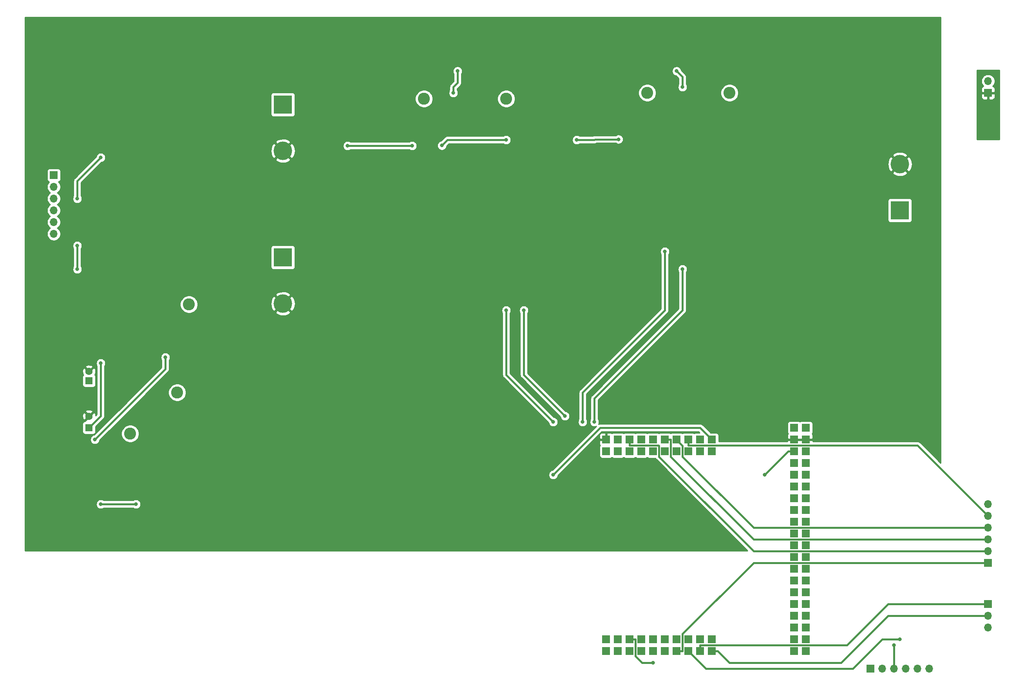
<source format=gbr>
G04 #@! TF.GenerationSoftware,KiCad,Pcbnew,5.1.5-1.fc30*
G04 #@! TF.CreationDate,2020-10-27T14:38:21-05:00*
G04 #@! TF.ProjectId,charger,63686172-6765-4722-9e6b-696361645f70,rev?*
G04 #@! TF.SameCoordinates,Original*
G04 #@! TF.FileFunction,Copper,L2,Bot*
G04 #@! TF.FilePolarity,Positive*
%FSLAX46Y46*%
G04 Gerber Fmt 4.6, Leading zero omitted, Abs format (unit mm)*
G04 Created by KiCad (PCBNEW 5.1.5-1.fc30) date 2020-10-27 14:38:21*
%MOMM*%
%LPD*%
G04 APERTURE LIST*
%ADD10R,1.700000X1.700000*%
%ADD11C,2.600000*%
%ADD12O,1.700000X1.700000*%
%ADD13C,1.600000*%
%ADD14R,1.600000X1.600000*%
%ADD15C,4.000000*%
%ADD16R,4.000000X4.000000*%
%ADD17C,0.800000*%
%ADD18C,0.400000*%
%ADD19C,0.254000*%
G04 APERTURE END LIST*
D10*
X196850000Y-105410000D03*
X196850000Y-107950000D03*
X196850000Y-110490000D03*
X196850000Y-113030000D03*
X196850000Y-115570000D03*
X196850000Y-118110000D03*
X196850000Y-120650000D03*
X196850000Y-123190000D03*
X196850000Y-125730000D03*
X196850000Y-128270000D03*
X196850000Y-130810000D03*
X196850000Y-133350000D03*
X196850000Y-135890000D03*
X196850000Y-138430000D03*
X196850000Y-140970000D03*
X196850000Y-143510000D03*
X196850000Y-146050000D03*
X196850000Y-148590000D03*
X196850000Y-151130000D03*
X196850000Y-153670000D03*
X199390000Y-105410000D03*
X199390000Y-107950000D03*
X199390000Y-110490000D03*
X199390000Y-113030000D03*
X199390000Y-115570000D03*
X199390000Y-118110000D03*
X199390000Y-120650000D03*
X199390000Y-123190000D03*
X199390000Y-125730000D03*
X199390000Y-128270000D03*
X199390000Y-130810000D03*
X199390000Y-133350000D03*
X199390000Y-135890000D03*
X199390000Y-138430000D03*
X199390000Y-140970000D03*
X199390000Y-143510000D03*
X199390000Y-146050000D03*
X199390000Y-148590000D03*
X199390000Y-151130000D03*
X199390000Y-153670000D03*
X179070000Y-107950000D03*
X176530000Y-107950000D03*
X173990000Y-107950000D03*
X171450000Y-107950000D03*
X168910000Y-107950000D03*
X166370000Y-107950000D03*
X163830000Y-107950000D03*
X161290000Y-107950000D03*
X158750000Y-107950000D03*
X156210000Y-107950000D03*
X179070000Y-110490000D03*
X176530000Y-110490000D03*
X173990000Y-110490000D03*
X171450000Y-110490000D03*
X168910000Y-110490000D03*
X166370000Y-110490000D03*
X163830000Y-110490000D03*
X161290000Y-110490000D03*
X158750000Y-110490000D03*
X156210000Y-110490000D03*
X179070000Y-151130000D03*
X176530000Y-151130000D03*
X173990000Y-151130000D03*
X171450000Y-151130000D03*
X168910000Y-151130000D03*
X166370000Y-151130000D03*
X163830000Y-151130000D03*
X161290000Y-151130000D03*
X158750000Y-151130000D03*
X156210000Y-151130000D03*
X179070000Y-153670000D03*
X176530000Y-153670000D03*
X173990000Y-153670000D03*
X171450000Y-153670000D03*
X168910000Y-153670000D03*
X166370000Y-153670000D03*
X163830000Y-153670000D03*
X161290000Y-153670000D03*
X158750000Y-153670000D03*
X156210000Y-153670000D03*
D11*
X63500000Y-97790000D03*
X53340000Y-106680000D03*
X66040000Y-78740000D03*
X182880000Y-33020000D03*
X134620000Y-34290000D03*
X165100000Y-33020000D03*
X116840000Y-34290000D03*
D12*
X238760000Y-30480000D03*
D10*
X238760000Y-33020000D03*
D12*
X238760000Y-148590000D03*
X238760000Y-146050000D03*
D10*
X238760000Y-143510000D03*
D12*
X238760000Y-121920000D03*
X238760000Y-124460000D03*
X238760000Y-127000000D03*
X238760000Y-129540000D03*
X238760000Y-132080000D03*
D10*
X238760000Y-134620000D03*
D12*
X226060000Y-157480000D03*
X223520000Y-157480000D03*
X220980000Y-157480000D03*
X218440000Y-157480000D03*
X215900000Y-157480000D03*
D10*
X213360000Y-157480000D03*
D12*
X36830000Y-63500000D03*
X36830000Y-60960000D03*
X36830000Y-58420000D03*
X36830000Y-55880000D03*
X36830000Y-53340000D03*
D10*
X36830000Y-50800000D03*
D13*
X44450000Y-102910000D03*
D14*
X44450000Y-105410000D03*
D13*
X44450000Y-93250000D03*
D14*
X44450000Y-95250000D03*
D15*
X219710000Y-48420000D03*
D16*
X219710000Y-58420000D03*
D15*
X86360000Y-45560000D03*
D16*
X86360000Y-35560000D03*
D15*
X86360000Y-78580000D03*
D16*
X86360000Y-68580000D03*
D17*
X172720000Y-31750000D03*
X115570000Y-46990000D03*
X166240000Y-45850000D03*
X179200000Y-45590000D03*
X129670000Y-46860000D03*
X129540000Y-30480000D03*
X128270000Y-30480000D03*
X115570000Y-72390000D03*
X161290000Y-72390000D03*
X179070000Y-30480000D03*
X176530000Y-30480000D03*
X38100000Y-121920000D03*
X35560000Y-121920000D03*
X34290000Y-120650000D03*
X34290000Y-118110000D03*
X55880000Y-58420000D03*
X210820000Y-100330000D03*
X64640000Y-36960000D03*
X44450000Y-40640000D03*
X193040000Y-27940000D03*
X193040000Y-29210000D03*
X193040000Y-30480000D03*
X193040000Y-31750000D03*
X193040000Y-33020000D03*
X219580000Y-89030000D03*
X114300000Y-44450000D03*
X158880000Y-43050000D03*
X60960000Y-90170000D03*
X45720000Y-107950000D03*
X100330000Y-44450000D03*
X120715000Y-44385000D03*
X134620000Y-43180000D03*
X149860000Y-43180000D03*
X166370000Y-156210000D03*
X218440000Y-152400000D03*
X46990000Y-46990000D03*
X46990000Y-91440000D03*
X41910000Y-71120000D03*
X41910000Y-66040000D03*
X41910000Y-55880000D03*
X190500000Y-115570000D03*
X240030000Y-41910000D03*
X237490000Y-41910000D03*
X238760000Y-40640000D03*
X123190000Y-33020000D03*
X124100000Y-28300000D03*
X171450000Y-28300000D03*
X46990000Y-121920000D03*
X144780000Y-115570000D03*
X54610000Y-121920000D03*
X219710000Y-151130000D03*
X138430000Y-80010000D03*
X147320000Y-102870000D03*
X172720000Y-71120000D03*
X153670000Y-104140000D03*
X134620000Y-80010000D03*
X144780000Y-104140000D03*
X168910000Y-67310000D03*
X151130000Y-104140000D03*
D18*
X45720000Y-107950000D02*
X52070000Y-101600000D01*
X52070000Y-101600000D02*
X60960000Y-92710000D01*
X60960000Y-92710000D02*
X60960000Y-90170000D01*
X100330000Y-44450000D02*
X114300000Y-44450000D01*
X120715000Y-44385000D02*
X121920000Y-43180000D01*
X121920000Y-43180000D02*
X134620000Y-43180000D01*
X134620000Y-43180000D02*
X134620000Y-43180000D01*
X149860000Y-43180000D02*
X153670000Y-43180000D01*
X153800000Y-43050000D02*
X158880000Y-43050000D01*
X153670000Y-43180000D02*
X153800000Y-43050000D01*
X162540000Y-151130000D02*
X161290000Y-151130000D01*
X162540001Y-154800003D02*
X162540000Y-151130000D01*
X163949998Y-156210000D02*
X162540001Y-154800003D01*
X166370000Y-156210000D02*
X163949998Y-156210000D01*
X218440000Y-157480000D02*
X218440000Y-152400000D01*
X218440000Y-152400000D02*
X218440000Y-152400000D01*
X44450000Y-105410000D02*
X46990000Y-102870000D01*
X46990000Y-102870000D02*
X46990000Y-91440000D01*
X46990000Y-91440000D02*
X46990000Y-91440000D01*
X41910000Y-71120000D02*
X41910000Y-66040000D01*
X41910000Y-66040000D02*
X41910000Y-66040000D01*
X41910000Y-55880000D02*
X41910000Y-52070000D01*
X41910000Y-52070000D02*
X46990000Y-46990000D01*
X196850000Y-110490000D02*
X195580000Y-110490000D01*
X195580000Y-110490000D02*
X190500000Y-115570000D01*
X190500000Y-115570000D02*
X190500000Y-115570000D01*
X173990000Y-109200000D02*
X174010000Y-109220000D01*
X173990000Y-107950000D02*
X173990000Y-109200000D01*
X223520000Y-109220000D02*
X238760000Y-124460000D01*
X174010000Y-109220000D02*
X223520000Y-109220000D01*
X171450000Y-108069998D02*
X172720000Y-109339998D01*
X171450000Y-107950000D02*
X171450000Y-108069998D01*
X172720000Y-109339998D02*
X172720000Y-111640002D01*
X188079998Y-127000000D02*
X238760000Y-127000000D01*
X172720000Y-111640002D02*
X188079998Y-127000000D01*
X170160000Y-107950000D02*
X170180000Y-107970000D01*
X168910000Y-107950000D02*
X170160000Y-107950000D01*
X237557919Y-129540000D02*
X238760000Y-129540000D01*
X188079998Y-129540000D02*
X237557919Y-129540000D01*
X170180000Y-111640002D02*
X188079998Y-129540000D01*
X170180000Y-107970000D02*
X170180000Y-111640002D01*
X161290000Y-109200000D02*
X161310000Y-109220000D01*
X161290000Y-107950000D02*
X161290000Y-109200000D01*
X167520002Y-109220000D02*
X167640000Y-109339998D01*
X161310000Y-109220000D02*
X167520002Y-109220000D01*
X237557919Y-132080000D02*
X238760000Y-132080000D01*
X188079998Y-132080000D02*
X237557919Y-132080000D01*
X167640000Y-111640002D02*
X188079998Y-132080000D01*
X167640000Y-109339998D02*
X167640000Y-111640002D01*
X172700000Y-153670000D02*
X172720000Y-153650000D01*
X171450000Y-153670000D02*
X172700000Y-153670000D01*
X237510000Y-134620000D02*
X238760000Y-134620000D01*
X188079998Y-134620000D02*
X237510000Y-134620000D01*
X172720000Y-149979998D02*
X188079998Y-134620000D01*
X172720000Y-153650000D02*
X172720000Y-149979998D01*
X180320000Y-153670000D02*
X182860000Y-156210000D01*
X179070000Y-153670000D02*
X180320000Y-153670000D01*
X182860000Y-156210000D02*
X207010000Y-156210000D01*
X217170000Y-146050000D02*
X238760000Y-146050000D01*
X207010000Y-156210000D02*
X217170000Y-146050000D01*
X176530000Y-152420000D02*
X176550000Y-152400000D01*
X176530000Y-153670000D02*
X176530000Y-152420000D01*
X176550000Y-152400000D02*
X208280000Y-152400000D01*
X217170000Y-143510000D02*
X238760000Y-143510000D01*
X208280000Y-152400000D02*
X217170000Y-143510000D01*
X123190000Y-33020000D02*
X123190000Y-31750000D01*
X124100000Y-30840000D02*
X124100000Y-28300000D01*
X123190000Y-31750000D02*
X124100000Y-30840000D01*
X172720000Y-29570000D02*
X171450000Y-28300000D01*
X172720000Y-31750000D02*
X172720000Y-29570000D01*
X179070000Y-107950000D02*
X177800000Y-106680000D01*
X177800000Y-106680000D02*
X176530000Y-105410000D01*
X176530000Y-105410000D02*
X154940000Y-105410000D01*
X154940000Y-105410000D02*
X144780000Y-115570000D01*
X144780000Y-115570000D02*
X144780000Y-115570000D01*
X46990000Y-121920000D02*
X50800000Y-121920000D01*
X50800000Y-121920000D02*
X52070000Y-121920000D01*
X52070000Y-121920000D02*
X54610000Y-121920000D01*
X54610000Y-121920000D02*
X54610000Y-121920000D01*
X173990000Y-153670000D02*
X176530000Y-156210000D01*
X176530000Y-156210000D02*
X177800000Y-157480000D01*
X177800000Y-157480000D02*
X204470000Y-157480000D01*
X204470000Y-157480000D02*
X209550000Y-157480000D01*
X209550000Y-157480000D02*
X215900000Y-151130000D01*
X215900000Y-151130000D02*
X219710000Y-151130000D01*
X219710000Y-151130000D02*
X219710000Y-151130000D01*
X138430000Y-80010000D02*
X138430000Y-93980000D01*
X138430000Y-93980000D02*
X147320000Y-102870000D01*
X147320000Y-102870000D02*
X147320000Y-102870000D01*
X153670000Y-99060000D02*
X172720000Y-80010000D01*
X172720000Y-80010000D02*
X172720000Y-71120000D01*
X153670000Y-99060000D02*
X153670000Y-104140000D01*
X153670000Y-104140000D02*
X153670000Y-104140000D01*
X134620000Y-80010000D02*
X134620000Y-93980000D01*
X134620000Y-93980000D02*
X144780000Y-104140000D01*
X144780000Y-104140000D02*
X144780000Y-104140000D01*
X168910000Y-80010000D02*
X168910000Y-67310000D01*
X151130000Y-97790000D02*
X168910000Y-80010000D01*
X151130000Y-97790000D02*
X151130000Y-104140000D01*
X151130000Y-104140000D02*
X151130000Y-104140000D01*
D19*
G36*
X241173000Y-43053000D02*
G01*
X236347000Y-43053000D01*
X236347000Y-33870000D01*
X237271928Y-33870000D01*
X237284188Y-33994482D01*
X237320498Y-34114180D01*
X237379463Y-34224494D01*
X237458815Y-34321185D01*
X237555506Y-34400537D01*
X237665820Y-34459502D01*
X237785518Y-34495812D01*
X237910000Y-34508072D01*
X238474250Y-34505000D01*
X238633000Y-34346250D01*
X238633000Y-33147000D01*
X238887000Y-33147000D01*
X238887000Y-34346250D01*
X239045750Y-34505000D01*
X239610000Y-34508072D01*
X239734482Y-34495812D01*
X239854180Y-34459502D01*
X239964494Y-34400537D01*
X240061185Y-34321185D01*
X240140537Y-34224494D01*
X240199502Y-34114180D01*
X240235812Y-33994482D01*
X240248072Y-33870000D01*
X240245000Y-33305750D01*
X240086250Y-33147000D01*
X238887000Y-33147000D01*
X238633000Y-33147000D01*
X237433750Y-33147000D01*
X237275000Y-33305750D01*
X237271928Y-33870000D01*
X236347000Y-33870000D01*
X236347000Y-32170000D01*
X237271928Y-32170000D01*
X237275000Y-32734250D01*
X237433750Y-32893000D01*
X238633000Y-32893000D01*
X238633000Y-32873000D01*
X238887000Y-32873000D01*
X238887000Y-32893000D01*
X240086250Y-32893000D01*
X240245000Y-32734250D01*
X240248072Y-32170000D01*
X240235812Y-32045518D01*
X240199502Y-31925820D01*
X240140537Y-31815506D01*
X240061185Y-31718815D01*
X239964494Y-31639463D01*
X239854180Y-31580498D01*
X239781620Y-31558487D01*
X239913475Y-31426632D01*
X240075990Y-31183411D01*
X240187932Y-30913158D01*
X240245000Y-30626260D01*
X240245000Y-30333740D01*
X240187932Y-30046842D01*
X240075990Y-29776589D01*
X239913475Y-29533368D01*
X239706632Y-29326525D01*
X239463411Y-29164010D01*
X239193158Y-29052068D01*
X238906260Y-28995000D01*
X238613740Y-28995000D01*
X238326842Y-29052068D01*
X238056589Y-29164010D01*
X237813368Y-29326525D01*
X237606525Y-29533368D01*
X237444010Y-29776589D01*
X237332068Y-30046842D01*
X237275000Y-30333740D01*
X237275000Y-30626260D01*
X237332068Y-30913158D01*
X237444010Y-31183411D01*
X237606525Y-31426632D01*
X237738380Y-31558487D01*
X237665820Y-31580498D01*
X237555506Y-31639463D01*
X237458815Y-31718815D01*
X237379463Y-31815506D01*
X237320498Y-31925820D01*
X237284188Y-32045518D01*
X237271928Y-32170000D01*
X236347000Y-32170000D01*
X236347000Y-28067000D01*
X241173000Y-28067000D01*
X241173000Y-43053000D01*
G37*
X241173000Y-43053000D02*
X236347000Y-43053000D01*
X236347000Y-33870000D01*
X237271928Y-33870000D01*
X237284188Y-33994482D01*
X237320498Y-34114180D01*
X237379463Y-34224494D01*
X237458815Y-34321185D01*
X237555506Y-34400537D01*
X237665820Y-34459502D01*
X237785518Y-34495812D01*
X237910000Y-34508072D01*
X238474250Y-34505000D01*
X238633000Y-34346250D01*
X238633000Y-33147000D01*
X238887000Y-33147000D01*
X238887000Y-34346250D01*
X239045750Y-34505000D01*
X239610000Y-34508072D01*
X239734482Y-34495812D01*
X239854180Y-34459502D01*
X239964494Y-34400537D01*
X240061185Y-34321185D01*
X240140537Y-34224494D01*
X240199502Y-34114180D01*
X240235812Y-33994482D01*
X240248072Y-33870000D01*
X240245000Y-33305750D01*
X240086250Y-33147000D01*
X238887000Y-33147000D01*
X238633000Y-33147000D01*
X237433750Y-33147000D01*
X237275000Y-33305750D01*
X237271928Y-33870000D01*
X236347000Y-33870000D01*
X236347000Y-32170000D01*
X237271928Y-32170000D01*
X237275000Y-32734250D01*
X237433750Y-32893000D01*
X238633000Y-32893000D01*
X238633000Y-32873000D01*
X238887000Y-32873000D01*
X238887000Y-32893000D01*
X240086250Y-32893000D01*
X240245000Y-32734250D01*
X240248072Y-32170000D01*
X240235812Y-32045518D01*
X240199502Y-31925820D01*
X240140537Y-31815506D01*
X240061185Y-31718815D01*
X239964494Y-31639463D01*
X239854180Y-31580498D01*
X239781620Y-31558487D01*
X239913475Y-31426632D01*
X240075990Y-31183411D01*
X240187932Y-30913158D01*
X240245000Y-30626260D01*
X240245000Y-30333740D01*
X240187932Y-30046842D01*
X240075990Y-29776589D01*
X239913475Y-29533368D01*
X239706632Y-29326525D01*
X239463411Y-29164010D01*
X239193158Y-29052068D01*
X238906260Y-28995000D01*
X238613740Y-28995000D01*
X238326842Y-29052068D01*
X238056589Y-29164010D01*
X237813368Y-29326525D01*
X237606525Y-29533368D01*
X237444010Y-29776589D01*
X237332068Y-30046842D01*
X237275000Y-30333740D01*
X237275000Y-30626260D01*
X237332068Y-30913158D01*
X237444010Y-31183411D01*
X237606525Y-31426632D01*
X237738380Y-31558487D01*
X237665820Y-31580498D01*
X237555506Y-31639463D01*
X237458815Y-31718815D01*
X237379463Y-31815506D01*
X237320498Y-31925820D01*
X237284188Y-32045518D01*
X237271928Y-32170000D01*
X236347000Y-32170000D01*
X236347000Y-28067000D01*
X241173000Y-28067000D01*
X241173000Y-43053000D01*
G36*
X228473000Y-112992132D02*
G01*
X224139446Y-108658579D01*
X224113291Y-108626709D01*
X223986146Y-108522364D01*
X223841087Y-108444828D01*
X223683689Y-108397082D01*
X223561019Y-108385000D01*
X223561018Y-108385000D01*
X223520000Y-108380960D01*
X223478982Y-108385000D01*
X200875813Y-108385000D01*
X200875000Y-108235750D01*
X200716250Y-108077000D01*
X199517000Y-108077000D01*
X199517000Y-108097000D01*
X199263000Y-108097000D01*
X199263000Y-108077000D01*
X196977000Y-108077000D01*
X196977000Y-108097000D01*
X196723000Y-108097000D01*
X196723000Y-108077000D01*
X195523750Y-108077000D01*
X195365000Y-108235750D01*
X195364187Y-108385000D01*
X180558072Y-108385000D01*
X180558072Y-107100000D01*
X180545812Y-106975518D01*
X180509502Y-106855820D01*
X180450537Y-106745506D01*
X180371185Y-106648815D01*
X180274494Y-106569463D01*
X180164180Y-106510498D01*
X180044482Y-106474188D01*
X179920000Y-106461928D01*
X178762795Y-106461928D01*
X178419442Y-106118575D01*
X178419438Y-106118570D01*
X177149446Y-104848579D01*
X177123291Y-104816709D01*
X176996146Y-104712364D01*
X176851087Y-104634828D01*
X176693689Y-104587082D01*
X176571019Y-104575000D01*
X176571018Y-104575000D01*
X176530000Y-104570960D01*
X176488982Y-104575000D01*
X154981018Y-104575000D01*
X154940000Y-104570960D01*
X154898981Y-104575000D01*
X154776311Y-104587082D01*
X154618913Y-104634828D01*
X154564837Y-104663732D01*
X154587205Y-104630256D01*
X154616306Y-104560000D01*
X195361928Y-104560000D01*
X195361928Y-106260000D01*
X195374188Y-106384482D01*
X195410498Y-106504180D01*
X195469463Y-106614494D01*
X195523222Y-106680000D01*
X195469463Y-106745506D01*
X195410498Y-106855820D01*
X195374188Y-106975518D01*
X195361928Y-107100000D01*
X195365000Y-107664250D01*
X195523750Y-107823000D01*
X196723000Y-107823000D01*
X196723000Y-107803000D01*
X196977000Y-107803000D01*
X196977000Y-107823000D01*
X199263000Y-107823000D01*
X199263000Y-107803000D01*
X199517000Y-107803000D01*
X199517000Y-107823000D01*
X200716250Y-107823000D01*
X200875000Y-107664250D01*
X200878072Y-107100000D01*
X200865812Y-106975518D01*
X200829502Y-106855820D01*
X200770537Y-106745506D01*
X200716778Y-106680000D01*
X200770537Y-106614494D01*
X200829502Y-106504180D01*
X200865812Y-106384482D01*
X200878072Y-106260000D01*
X200878072Y-104560000D01*
X200865812Y-104435518D01*
X200829502Y-104315820D01*
X200770537Y-104205506D01*
X200691185Y-104108815D01*
X200594494Y-104029463D01*
X200484180Y-103970498D01*
X200364482Y-103934188D01*
X200240000Y-103921928D01*
X198540000Y-103921928D01*
X198415518Y-103934188D01*
X198295820Y-103970498D01*
X198185506Y-104029463D01*
X198120000Y-104083222D01*
X198054494Y-104029463D01*
X197944180Y-103970498D01*
X197824482Y-103934188D01*
X197700000Y-103921928D01*
X196000000Y-103921928D01*
X195875518Y-103934188D01*
X195755820Y-103970498D01*
X195645506Y-104029463D01*
X195548815Y-104108815D01*
X195469463Y-104205506D01*
X195410498Y-104315820D01*
X195374188Y-104435518D01*
X195361928Y-104560000D01*
X154616306Y-104560000D01*
X154665226Y-104441898D01*
X154705000Y-104241939D01*
X154705000Y-104038061D01*
X154665226Y-103838102D01*
X154587205Y-103649744D01*
X154505000Y-103526715D01*
X154505000Y-99405867D01*
X173281428Y-80629440D01*
X173313291Y-80603291D01*
X173417636Y-80476146D01*
X173495172Y-80331087D01*
X173542918Y-80173689D01*
X173555000Y-80051019D01*
X173555000Y-80051009D01*
X173559039Y-80010001D01*
X173555000Y-79968993D01*
X173555000Y-71733285D01*
X173637205Y-71610256D01*
X173715226Y-71421898D01*
X173755000Y-71221939D01*
X173755000Y-71018061D01*
X173715226Y-70818102D01*
X173637205Y-70629744D01*
X173523937Y-70460226D01*
X173379774Y-70316063D01*
X173210256Y-70202795D01*
X173021898Y-70124774D01*
X172821939Y-70085000D01*
X172618061Y-70085000D01*
X172418102Y-70124774D01*
X172229744Y-70202795D01*
X172060226Y-70316063D01*
X171916063Y-70460226D01*
X171802795Y-70629744D01*
X171724774Y-70818102D01*
X171685000Y-71018061D01*
X171685000Y-71221939D01*
X171724774Y-71421898D01*
X171802795Y-71610256D01*
X171885001Y-71733286D01*
X171885000Y-79664132D01*
X153108579Y-98440554D01*
X153076709Y-98466709D01*
X152972365Y-98593854D01*
X152972364Y-98593855D01*
X152894828Y-98738914D01*
X152847082Y-98896312D01*
X152830960Y-99060000D01*
X152835000Y-99101019D01*
X152835001Y-103526714D01*
X152752795Y-103649744D01*
X152674774Y-103838102D01*
X152635000Y-104038061D01*
X152635000Y-104241939D01*
X152674774Y-104441898D01*
X152752795Y-104630256D01*
X152866063Y-104799774D01*
X153010226Y-104943937D01*
X153179744Y-105057205D01*
X153368102Y-105135226D01*
X153568061Y-105175000D01*
X153771939Y-105175000D01*
X153971898Y-105135226D01*
X154077751Y-105091380D01*
X144623226Y-114545907D01*
X144478102Y-114574774D01*
X144289744Y-114652795D01*
X144120226Y-114766063D01*
X143976063Y-114910226D01*
X143862795Y-115079744D01*
X143784774Y-115268102D01*
X143745000Y-115468061D01*
X143745000Y-115671939D01*
X143784774Y-115871898D01*
X143862795Y-116060256D01*
X143976063Y-116229774D01*
X144120226Y-116373937D01*
X144289744Y-116487205D01*
X144478102Y-116565226D01*
X144678061Y-116605000D01*
X144881939Y-116605000D01*
X145081898Y-116565226D01*
X145270256Y-116487205D01*
X145439774Y-116373937D01*
X145583937Y-116229774D01*
X145697205Y-116060256D01*
X145775226Y-115871898D01*
X145804093Y-115726774D01*
X154430868Y-107100000D01*
X154721928Y-107100000D01*
X154725000Y-107664250D01*
X154883750Y-107823000D01*
X156083000Y-107823000D01*
X156083000Y-106623750D01*
X155924250Y-106465000D01*
X155360000Y-106461928D01*
X155235518Y-106474188D01*
X155115820Y-106510498D01*
X155005506Y-106569463D01*
X154908815Y-106648815D01*
X154829463Y-106745506D01*
X154770498Y-106855820D01*
X154734188Y-106975518D01*
X154721928Y-107100000D01*
X154430868Y-107100000D01*
X155285869Y-106245000D01*
X176184133Y-106245000D01*
X176401061Y-106461928D01*
X175680000Y-106461928D01*
X175555518Y-106474188D01*
X175435820Y-106510498D01*
X175325506Y-106569463D01*
X175260000Y-106623222D01*
X175194494Y-106569463D01*
X175084180Y-106510498D01*
X174964482Y-106474188D01*
X174840000Y-106461928D01*
X173140000Y-106461928D01*
X173015518Y-106474188D01*
X172895820Y-106510498D01*
X172785506Y-106569463D01*
X172720000Y-106623222D01*
X172654494Y-106569463D01*
X172544180Y-106510498D01*
X172424482Y-106474188D01*
X172300000Y-106461928D01*
X170600000Y-106461928D01*
X170475518Y-106474188D01*
X170355820Y-106510498D01*
X170245506Y-106569463D01*
X170180000Y-106623222D01*
X170114494Y-106569463D01*
X170004180Y-106510498D01*
X169884482Y-106474188D01*
X169760000Y-106461928D01*
X168060000Y-106461928D01*
X167935518Y-106474188D01*
X167815820Y-106510498D01*
X167705506Y-106569463D01*
X167640000Y-106623222D01*
X167574494Y-106569463D01*
X167464180Y-106510498D01*
X167344482Y-106474188D01*
X167220000Y-106461928D01*
X165520000Y-106461928D01*
X165395518Y-106474188D01*
X165275820Y-106510498D01*
X165165506Y-106569463D01*
X165100000Y-106623222D01*
X165034494Y-106569463D01*
X164924180Y-106510498D01*
X164804482Y-106474188D01*
X164680000Y-106461928D01*
X162980000Y-106461928D01*
X162855518Y-106474188D01*
X162735820Y-106510498D01*
X162625506Y-106569463D01*
X162560000Y-106623222D01*
X162494494Y-106569463D01*
X162384180Y-106510498D01*
X162264482Y-106474188D01*
X162140000Y-106461928D01*
X160440000Y-106461928D01*
X160315518Y-106474188D01*
X160195820Y-106510498D01*
X160085506Y-106569463D01*
X160020000Y-106623222D01*
X159954494Y-106569463D01*
X159844180Y-106510498D01*
X159724482Y-106474188D01*
X159600000Y-106461928D01*
X157900000Y-106461928D01*
X157775518Y-106474188D01*
X157655820Y-106510498D01*
X157545506Y-106569463D01*
X157480000Y-106623222D01*
X157414494Y-106569463D01*
X157304180Y-106510498D01*
X157184482Y-106474188D01*
X157060000Y-106461928D01*
X156495750Y-106465000D01*
X156337000Y-106623750D01*
X156337000Y-107823000D01*
X156357000Y-107823000D01*
X156357000Y-108077000D01*
X156337000Y-108077000D01*
X156337000Y-108097000D01*
X156083000Y-108097000D01*
X156083000Y-108077000D01*
X154883750Y-108077000D01*
X154725000Y-108235750D01*
X154721928Y-108800000D01*
X154734188Y-108924482D01*
X154770498Y-109044180D01*
X154829463Y-109154494D01*
X154883222Y-109220000D01*
X154829463Y-109285506D01*
X154770498Y-109395820D01*
X154734188Y-109515518D01*
X154721928Y-109640000D01*
X154721928Y-111340000D01*
X154734188Y-111464482D01*
X154770498Y-111584180D01*
X154829463Y-111694494D01*
X154908815Y-111791185D01*
X155005506Y-111870537D01*
X155115820Y-111929502D01*
X155235518Y-111965812D01*
X155360000Y-111978072D01*
X157060000Y-111978072D01*
X157184482Y-111965812D01*
X157304180Y-111929502D01*
X157414494Y-111870537D01*
X157480000Y-111816778D01*
X157545506Y-111870537D01*
X157655820Y-111929502D01*
X157775518Y-111965812D01*
X157900000Y-111978072D01*
X159600000Y-111978072D01*
X159724482Y-111965812D01*
X159844180Y-111929502D01*
X159954494Y-111870537D01*
X160020000Y-111816778D01*
X160085506Y-111870537D01*
X160195820Y-111929502D01*
X160315518Y-111965812D01*
X160440000Y-111978072D01*
X162140000Y-111978072D01*
X162264482Y-111965812D01*
X162384180Y-111929502D01*
X162494494Y-111870537D01*
X162560000Y-111816778D01*
X162625506Y-111870537D01*
X162735820Y-111929502D01*
X162855518Y-111965812D01*
X162980000Y-111978072D01*
X164680000Y-111978072D01*
X164804482Y-111965812D01*
X164924180Y-111929502D01*
X165034494Y-111870537D01*
X165100000Y-111816778D01*
X165165506Y-111870537D01*
X165275820Y-111929502D01*
X165395518Y-111965812D01*
X165520000Y-111978072D01*
X166873906Y-111978072D01*
X166942364Y-112106147D01*
X166942365Y-112106148D01*
X167046710Y-112233293D01*
X167078574Y-112259443D01*
X186772130Y-131953000D01*
X30607000Y-131953000D01*
X30607000Y-121818061D01*
X45955000Y-121818061D01*
X45955000Y-122021939D01*
X45994774Y-122221898D01*
X46072795Y-122410256D01*
X46186063Y-122579774D01*
X46330226Y-122723937D01*
X46499744Y-122837205D01*
X46688102Y-122915226D01*
X46888061Y-122955000D01*
X47091939Y-122955000D01*
X47291898Y-122915226D01*
X47480256Y-122837205D01*
X47603285Y-122755000D01*
X53996715Y-122755000D01*
X54119744Y-122837205D01*
X54308102Y-122915226D01*
X54508061Y-122955000D01*
X54711939Y-122955000D01*
X54911898Y-122915226D01*
X55100256Y-122837205D01*
X55269774Y-122723937D01*
X55413937Y-122579774D01*
X55527205Y-122410256D01*
X55605226Y-122221898D01*
X55645000Y-122021939D01*
X55645000Y-121818061D01*
X55605226Y-121618102D01*
X55527205Y-121429744D01*
X55413937Y-121260226D01*
X55269774Y-121116063D01*
X55100256Y-121002795D01*
X54911898Y-120924774D01*
X54711939Y-120885000D01*
X54508061Y-120885000D01*
X54308102Y-120924774D01*
X54119744Y-121002795D01*
X53996715Y-121085000D01*
X47603285Y-121085000D01*
X47480256Y-121002795D01*
X47291898Y-120924774D01*
X47091939Y-120885000D01*
X46888061Y-120885000D01*
X46688102Y-120924774D01*
X46499744Y-121002795D01*
X46330226Y-121116063D01*
X46186063Y-121260226D01*
X46072795Y-121429744D01*
X45994774Y-121618102D01*
X45955000Y-121818061D01*
X30607000Y-121818061D01*
X30607000Y-107848061D01*
X44685000Y-107848061D01*
X44685000Y-108051939D01*
X44724774Y-108251898D01*
X44802795Y-108440256D01*
X44916063Y-108609774D01*
X45060226Y-108753937D01*
X45229744Y-108867205D01*
X45418102Y-108945226D01*
X45618061Y-108985000D01*
X45821939Y-108985000D01*
X46021898Y-108945226D01*
X46210256Y-108867205D01*
X46379774Y-108753937D01*
X46523937Y-108609774D01*
X46637205Y-108440256D01*
X46715226Y-108251898D01*
X46744093Y-108106774D01*
X48361448Y-106489419D01*
X51405000Y-106489419D01*
X51405000Y-106870581D01*
X51479361Y-107244419D01*
X51625225Y-107596566D01*
X51836987Y-107913491D01*
X52106509Y-108183013D01*
X52423434Y-108394775D01*
X52775581Y-108540639D01*
X53149419Y-108615000D01*
X53530581Y-108615000D01*
X53904419Y-108540639D01*
X54256566Y-108394775D01*
X54573491Y-108183013D01*
X54843013Y-107913491D01*
X55054775Y-107596566D01*
X55200639Y-107244419D01*
X55275000Y-106870581D01*
X55275000Y-106489419D01*
X55200639Y-106115581D01*
X55054775Y-105763434D01*
X54843013Y-105446509D01*
X54573491Y-105176987D01*
X54256566Y-104965225D01*
X53904419Y-104819361D01*
X53530581Y-104745000D01*
X53149419Y-104745000D01*
X52775581Y-104819361D01*
X52423434Y-104965225D01*
X52106509Y-105176987D01*
X51836987Y-105446509D01*
X51625225Y-105763434D01*
X51479361Y-106115581D01*
X51405000Y-106489419D01*
X48361448Y-106489419D01*
X52689438Y-102161430D01*
X52689443Y-102161424D01*
X57251449Y-97599419D01*
X61565000Y-97599419D01*
X61565000Y-97980581D01*
X61639361Y-98354419D01*
X61785225Y-98706566D01*
X61996987Y-99023491D01*
X62266509Y-99293013D01*
X62583434Y-99504775D01*
X62935581Y-99650639D01*
X63309419Y-99725000D01*
X63690581Y-99725000D01*
X64064419Y-99650639D01*
X64416566Y-99504775D01*
X64733491Y-99293013D01*
X65003013Y-99023491D01*
X65214775Y-98706566D01*
X65360639Y-98354419D01*
X65435000Y-97980581D01*
X65435000Y-97599419D01*
X65360639Y-97225581D01*
X65214775Y-96873434D01*
X65003013Y-96556509D01*
X64733491Y-96286987D01*
X64416566Y-96075225D01*
X64064419Y-95929361D01*
X63690581Y-95855000D01*
X63309419Y-95855000D01*
X62935581Y-95929361D01*
X62583434Y-96075225D01*
X62266509Y-96286987D01*
X61996987Y-96556509D01*
X61785225Y-96873434D01*
X61639361Y-97225581D01*
X61565000Y-97599419D01*
X57251449Y-97599419D01*
X61521433Y-93329436D01*
X61553291Y-93303291D01*
X61657636Y-93176146D01*
X61735172Y-93031087D01*
X61782918Y-92873689D01*
X61795000Y-92751019D01*
X61795000Y-92751018D01*
X61799040Y-92710000D01*
X61795000Y-92668982D01*
X61795000Y-90783285D01*
X61877205Y-90660256D01*
X61955226Y-90471898D01*
X61995000Y-90271939D01*
X61995000Y-90068061D01*
X61955226Y-89868102D01*
X61877205Y-89679744D01*
X61763937Y-89510226D01*
X61619774Y-89366063D01*
X61450256Y-89252795D01*
X61261898Y-89174774D01*
X61061939Y-89135000D01*
X60858061Y-89135000D01*
X60658102Y-89174774D01*
X60469744Y-89252795D01*
X60300226Y-89366063D01*
X60156063Y-89510226D01*
X60042795Y-89679744D01*
X59964774Y-89868102D01*
X59925000Y-90068061D01*
X59925000Y-90271939D01*
X59964774Y-90471898D01*
X60042795Y-90660256D01*
X60125001Y-90783286D01*
X60125000Y-92364131D01*
X51508576Y-100980557D01*
X51508570Y-100980562D01*
X45563226Y-106925907D01*
X45418102Y-106954774D01*
X45229744Y-107032795D01*
X45060226Y-107146063D01*
X44916063Y-107290226D01*
X44802795Y-107459744D01*
X44724774Y-107648102D01*
X44685000Y-107848061D01*
X30607000Y-107848061D01*
X30607000Y-104610000D01*
X43011928Y-104610000D01*
X43011928Y-106210000D01*
X43024188Y-106334482D01*
X43060498Y-106454180D01*
X43119463Y-106564494D01*
X43198815Y-106661185D01*
X43295506Y-106740537D01*
X43405820Y-106799502D01*
X43525518Y-106835812D01*
X43650000Y-106848072D01*
X45250000Y-106848072D01*
X45374482Y-106835812D01*
X45494180Y-106799502D01*
X45604494Y-106740537D01*
X45701185Y-106661185D01*
X45780537Y-106564494D01*
X45839502Y-106454180D01*
X45875812Y-106334482D01*
X45888072Y-106210000D01*
X45888072Y-105152795D01*
X47551429Y-103489439D01*
X47583291Y-103463291D01*
X47687636Y-103336146D01*
X47765172Y-103191087D01*
X47812918Y-103033689D01*
X47825000Y-102911019D01*
X47825000Y-102911009D01*
X47829039Y-102870001D01*
X47825000Y-102828993D01*
X47825000Y-92053285D01*
X47907205Y-91930256D01*
X47985226Y-91741898D01*
X48025000Y-91541939D01*
X48025000Y-91338061D01*
X47985226Y-91138102D01*
X47907205Y-90949744D01*
X47793937Y-90780226D01*
X47649774Y-90636063D01*
X47480256Y-90522795D01*
X47291898Y-90444774D01*
X47091939Y-90405000D01*
X46888061Y-90405000D01*
X46688102Y-90444774D01*
X46499744Y-90522795D01*
X46330226Y-90636063D01*
X46186063Y-90780226D01*
X46072795Y-90949744D01*
X45994774Y-91138102D01*
X45955000Y-91338061D01*
X45955000Y-91541939D01*
X45994774Y-91741898D01*
X46072795Y-91930256D01*
X46155001Y-92053286D01*
X46155000Y-102524132D01*
X45883691Y-102795441D01*
X45848787Y-102559870D01*
X45753603Y-102293708D01*
X45686671Y-102168486D01*
X45442702Y-102096903D01*
X44629605Y-102910000D01*
X44643748Y-102924143D01*
X44464143Y-103103748D01*
X44450000Y-103089605D01*
X43636903Y-103902702D01*
X43657215Y-103971928D01*
X43650000Y-103971928D01*
X43525518Y-103984188D01*
X43405820Y-104020498D01*
X43295506Y-104079463D01*
X43198815Y-104158815D01*
X43119463Y-104255506D01*
X43060498Y-104365820D01*
X43024188Y-104485518D01*
X43011928Y-104610000D01*
X30607000Y-104610000D01*
X30607000Y-102980512D01*
X43009783Y-102980512D01*
X43051213Y-103260130D01*
X43146397Y-103526292D01*
X43213329Y-103651514D01*
X43457298Y-103723097D01*
X44270395Y-102910000D01*
X43457298Y-102096903D01*
X43213329Y-102168486D01*
X43092429Y-102423996D01*
X43023700Y-102698184D01*
X43009783Y-102980512D01*
X30607000Y-102980512D01*
X30607000Y-101917298D01*
X43636903Y-101917298D01*
X44450000Y-102730395D01*
X45263097Y-101917298D01*
X45191514Y-101673329D01*
X44936004Y-101552429D01*
X44661816Y-101483700D01*
X44379488Y-101469783D01*
X44099870Y-101511213D01*
X43833708Y-101606397D01*
X43708486Y-101673329D01*
X43636903Y-101917298D01*
X30607000Y-101917298D01*
X30607000Y-93320512D01*
X43009783Y-93320512D01*
X43051213Y-93600130D01*
X43146397Y-93866292D01*
X43211616Y-93988309D01*
X43198815Y-93998815D01*
X43119463Y-94095506D01*
X43060498Y-94205820D01*
X43024188Y-94325518D01*
X43011928Y-94450000D01*
X43011928Y-96050000D01*
X43024188Y-96174482D01*
X43060498Y-96294180D01*
X43119463Y-96404494D01*
X43198815Y-96501185D01*
X43295506Y-96580537D01*
X43405820Y-96639502D01*
X43525518Y-96675812D01*
X43650000Y-96688072D01*
X45250000Y-96688072D01*
X45374482Y-96675812D01*
X45494180Y-96639502D01*
X45604494Y-96580537D01*
X45701185Y-96501185D01*
X45780537Y-96404494D01*
X45839502Y-96294180D01*
X45875812Y-96174482D01*
X45888072Y-96050000D01*
X45888072Y-94450000D01*
X45875812Y-94325518D01*
X45839502Y-94205820D01*
X45780537Y-94095506D01*
X45701185Y-93998815D01*
X45688242Y-93988193D01*
X45807571Y-93736004D01*
X45876300Y-93461816D01*
X45890217Y-93179488D01*
X45848787Y-92899870D01*
X45753603Y-92633708D01*
X45686671Y-92508486D01*
X45442702Y-92436903D01*
X44629605Y-93250000D01*
X44643748Y-93264143D01*
X44464143Y-93443748D01*
X44450000Y-93429605D01*
X44435858Y-93443748D01*
X44256253Y-93264143D01*
X44270395Y-93250000D01*
X43457298Y-92436903D01*
X43213329Y-92508486D01*
X43092429Y-92763996D01*
X43023700Y-93038184D01*
X43009783Y-93320512D01*
X30607000Y-93320512D01*
X30607000Y-92257298D01*
X43636903Y-92257298D01*
X44450000Y-93070395D01*
X45263097Y-92257298D01*
X45191514Y-92013329D01*
X44936004Y-91892429D01*
X44661816Y-91823700D01*
X44379488Y-91809783D01*
X44099870Y-91851213D01*
X43833708Y-91946397D01*
X43708486Y-92013329D01*
X43636903Y-92257298D01*
X30607000Y-92257298D01*
X30607000Y-78549419D01*
X64105000Y-78549419D01*
X64105000Y-78930581D01*
X64179361Y-79304419D01*
X64325225Y-79656566D01*
X64536987Y-79973491D01*
X64806509Y-80243013D01*
X65123434Y-80454775D01*
X65475581Y-80600639D01*
X65849419Y-80675000D01*
X66230581Y-80675000D01*
X66604419Y-80600639D01*
X66956566Y-80454775D01*
X66997387Y-80427499D01*
X84692106Y-80427499D01*
X84908228Y-80794258D01*
X85368105Y-81034938D01*
X85866098Y-81181275D01*
X86383071Y-81227648D01*
X86899159Y-81172273D01*
X87394526Y-81017279D01*
X87811772Y-80794258D01*
X88027894Y-80427499D01*
X86360000Y-78759605D01*
X84692106Y-80427499D01*
X66997387Y-80427499D01*
X67273491Y-80243013D01*
X67543013Y-79973491D01*
X67754775Y-79656566D01*
X67900639Y-79304419D01*
X67975000Y-78930581D01*
X67975000Y-78603071D01*
X83712352Y-78603071D01*
X83767727Y-79119159D01*
X83922721Y-79614526D01*
X84145742Y-80031772D01*
X84512501Y-80247894D01*
X86180395Y-78580000D01*
X86539605Y-78580000D01*
X88207499Y-80247894D01*
X88574258Y-80031772D01*
X88639003Y-79908061D01*
X133585000Y-79908061D01*
X133585000Y-80111939D01*
X133624774Y-80311898D01*
X133702795Y-80500256D01*
X133785000Y-80623285D01*
X133785001Y-93938971D01*
X133780960Y-93980000D01*
X133797082Y-94143688D01*
X133844828Y-94301086D01*
X133922364Y-94446145D01*
X133922365Y-94446146D01*
X134026710Y-94573291D01*
X134058574Y-94599441D01*
X143755908Y-104296777D01*
X143784774Y-104441898D01*
X143862795Y-104630256D01*
X143976063Y-104799774D01*
X144120226Y-104943937D01*
X144289744Y-105057205D01*
X144478102Y-105135226D01*
X144678061Y-105175000D01*
X144881939Y-105175000D01*
X145081898Y-105135226D01*
X145270256Y-105057205D01*
X145439774Y-104943937D01*
X145583937Y-104799774D01*
X145697205Y-104630256D01*
X145775226Y-104441898D01*
X145815000Y-104241939D01*
X145815000Y-104038061D01*
X150095000Y-104038061D01*
X150095000Y-104241939D01*
X150134774Y-104441898D01*
X150212795Y-104630256D01*
X150326063Y-104799774D01*
X150470226Y-104943937D01*
X150639744Y-105057205D01*
X150828102Y-105135226D01*
X151028061Y-105175000D01*
X151231939Y-105175000D01*
X151431898Y-105135226D01*
X151620256Y-105057205D01*
X151789774Y-104943937D01*
X151933937Y-104799774D01*
X152047205Y-104630256D01*
X152125226Y-104441898D01*
X152165000Y-104241939D01*
X152165000Y-104038061D01*
X152125226Y-103838102D01*
X152047205Y-103649744D01*
X151965000Y-103526715D01*
X151965000Y-98135867D01*
X169471428Y-80629440D01*
X169503291Y-80603291D01*
X169607636Y-80476146D01*
X169685172Y-80331087D01*
X169732918Y-80173689D01*
X169745000Y-80051019D01*
X169745000Y-80051018D01*
X169749040Y-80010001D01*
X169745000Y-79968981D01*
X169745000Y-67923285D01*
X169827205Y-67800256D01*
X169905226Y-67611898D01*
X169945000Y-67411939D01*
X169945000Y-67208061D01*
X169905226Y-67008102D01*
X169827205Y-66819744D01*
X169713937Y-66650226D01*
X169569774Y-66506063D01*
X169400256Y-66392795D01*
X169211898Y-66314774D01*
X169011939Y-66275000D01*
X168808061Y-66275000D01*
X168608102Y-66314774D01*
X168419744Y-66392795D01*
X168250226Y-66506063D01*
X168106063Y-66650226D01*
X167992795Y-66819744D01*
X167914774Y-67008102D01*
X167875000Y-67208061D01*
X167875000Y-67411939D01*
X167914774Y-67611898D01*
X167992795Y-67800256D01*
X168075001Y-67923286D01*
X168075000Y-79664132D01*
X150568579Y-97170554D01*
X150536709Y-97196709D01*
X150432365Y-97323854D01*
X150432364Y-97323855D01*
X150354828Y-97468914D01*
X150307082Y-97626312D01*
X150290960Y-97790000D01*
X150295000Y-97831019D01*
X150295001Y-103526714D01*
X150212795Y-103649744D01*
X150134774Y-103838102D01*
X150095000Y-104038061D01*
X145815000Y-104038061D01*
X145775226Y-103838102D01*
X145697205Y-103649744D01*
X145583937Y-103480226D01*
X145439774Y-103336063D01*
X145270256Y-103222795D01*
X145081898Y-103144774D01*
X144936777Y-103115908D01*
X135455000Y-93634133D01*
X135455000Y-80623285D01*
X135537205Y-80500256D01*
X135615226Y-80311898D01*
X135655000Y-80111939D01*
X135655000Y-79908061D01*
X137395000Y-79908061D01*
X137395000Y-80111939D01*
X137434774Y-80311898D01*
X137512795Y-80500256D01*
X137595000Y-80623285D01*
X137595001Y-93938971D01*
X137590960Y-93980000D01*
X137607082Y-94143688D01*
X137654828Y-94301086D01*
X137732364Y-94446145D01*
X137732365Y-94446146D01*
X137836710Y-94573291D01*
X137868574Y-94599441D01*
X146295908Y-103026777D01*
X146324774Y-103171898D01*
X146402795Y-103360256D01*
X146516063Y-103529774D01*
X146660226Y-103673937D01*
X146829744Y-103787205D01*
X147018102Y-103865226D01*
X147218061Y-103905000D01*
X147421939Y-103905000D01*
X147621898Y-103865226D01*
X147810256Y-103787205D01*
X147979774Y-103673937D01*
X148123937Y-103529774D01*
X148237205Y-103360256D01*
X148315226Y-103171898D01*
X148355000Y-102971939D01*
X148355000Y-102768061D01*
X148315226Y-102568102D01*
X148237205Y-102379744D01*
X148123937Y-102210226D01*
X147979774Y-102066063D01*
X147810256Y-101952795D01*
X147621898Y-101874774D01*
X147476777Y-101845908D01*
X139265000Y-93634133D01*
X139265000Y-80623285D01*
X139347205Y-80500256D01*
X139425226Y-80311898D01*
X139465000Y-80111939D01*
X139465000Y-79908061D01*
X139425226Y-79708102D01*
X139347205Y-79519744D01*
X139233937Y-79350226D01*
X139089774Y-79206063D01*
X138920256Y-79092795D01*
X138731898Y-79014774D01*
X138531939Y-78975000D01*
X138328061Y-78975000D01*
X138128102Y-79014774D01*
X137939744Y-79092795D01*
X137770226Y-79206063D01*
X137626063Y-79350226D01*
X137512795Y-79519744D01*
X137434774Y-79708102D01*
X137395000Y-79908061D01*
X135655000Y-79908061D01*
X135615226Y-79708102D01*
X135537205Y-79519744D01*
X135423937Y-79350226D01*
X135279774Y-79206063D01*
X135110256Y-79092795D01*
X134921898Y-79014774D01*
X134721939Y-78975000D01*
X134518061Y-78975000D01*
X134318102Y-79014774D01*
X134129744Y-79092795D01*
X133960226Y-79206063D01*
X133816063Y-79350226D01*
X133702795Y-79519744D01*
X133624774Y-79708102D01*
X133585000Y-79908061D01*
X88639003Y-79908061D01*
X88814938Y-79571895D01*
X88961275Y-79073902D01*
X89007648Y-78556929D01*
X88952273Y-78040841D01*
X88797279Y-77545474D01*
X88574258Y-77128228D01*
X88207499Y-76912106D01*
X86539605Y-78580000D01*
X86180395Y-78580000D01*
X84512501Y-76912106D01*
X84145742Y-77128228D01*
X83905062Y-77588105D01*
X83758725Y-78086098D01*
X83712352Y-78603071D01*
X67975000Y-78603071D01*
X67975000Y-78549419D01*
X67900639Y-78175581D01*
X67754775Y-77823434D01*
X67543013Y-77506509D01*
X67273491Y-77236987D01*
X66956566Y-77025225D01*
X66604419Y-76879361D01*
X66230581Y-76805000D01*
X65849419Y-76805000D01*
X65475581Y-76879361D01*
X65123434Y-77025225D01*
X64806509Y-77236987D01*
X64536987Y-77506509D01*
X64325225Y-77823434D01*
X64179361Y-78175581D01*
X64105000Y-78549419D01*
X30607000Y-78549419D01*
X30607000Y-76732501D01*
X84692106Y-76732501D01*
X86360000Y-78400395D01*
X88027894Y-76732501D01*
X87811772Y-76365742D01*
X87351895Y-76125062D01*
X86853902Y-75978725D01*
X86336929Y-75932352D01*
X85820841Y-75987727D01*
X85325474Y-76142721D01*
X84908228Y-76365742D01*
X84692106Y-76732501D01*
X30607000Y-76732501D01*
X30607000Y-65938061D01*
X40875000Y-65938061D01*
X40875000Y-66141939D01*
X40914774Y-66341898D01*
X40992795Y-66530256D01*
X41075001Y-66653286D01*
X41075000Y-70506715D01*
X40992795Y-70629744D01*
X40914774Y-70818102D01*
X40875000Y-71018061D01*
X40875000Y-71221939D01*
X40914774Y-71421898D01*
X40992795Y-71610256D01*
X41106063Y-71779774D01*
X41250226Y-71923937D01*
X41419744Y-72037205D01*
X41608102Y-72115226D01*
X41808061Y-72155000D01*
X42011939Y-72155000D01*
X42211898Y-72115226D01*
X42400256Y-72037205D01*
X42569774Y-71923937D01*
X42713937Y-71779774D01*
X42827205Y-71610256D01*
X42905226Y-71421898D01*
X42945000Y-71221939D01*
X42945000Y-71018061D01*
X42905226Y-70818102D01*
X42827205Y-70629744D01*
X42745000Y-70506715D01*
X42745000Y-66653285D01*
X42793967Y-66580000D01*
X83721928Y-66580000D01*
X83721928Y-70580000D01*
X83734188Y-70704482D01*
X83770498Y-70824180D01*
X83829463Y-70934494D01*
X83908815Y-71031185D01*
X84005506Y-71110537D01*
X84115820Y-71169502D01*
X84235518Y-71205812D01*
X84360000Y-71218072D01*
X88360000Y-71218072D01*
X88484482Y-71205812D01*
X88604180Y-71169502D01*
X88714494Y-71110537D01*
X88811185Y-71031185D01*
X88890537Y-70934494D01*
X88949502Y-70824180D01*
X88985812Y-70704482D01*
X88998072Y-70580000D01*
X88998072Y-66580000D01*
X88985812Y-66455518D01*
X88949502Y-66335820D01*
X88890537Y-66225506D01*
X88811185Y-66128815D01*
X88714494Y-66049463D01*
X88604180Y-65990498D01*
X88484482Y-65954188D01*
X88360000Y-65941928D01*
X84360000Y-65941928D01*
X84235518Y-65954188D01*
X84115820Y-65990498D01*
X84005506Y-66049463D01*
X83908815Y-66128815D01*
X83829463Y-66225506D01*
X83770498Y-66335820D01*
X83734188Y-66455518D01*
X83721928Y-66580000D01*
X42793967Y-66580000D01*
X42827205Y-66530256D01*
X42905226Y-66341898D01*
X42945000Y-66141939D01*
X42945000Y-65938061D01*
X42905226Y-65738102D01*
X42827205Y-65549744D01*
X42713937Y-65380226D01*
X42569774Y-65236063D01*
X42400256Y-65122795D01*
X42211898Y-65044774D01*
X42011939Y-65005000D01*
X41808061Y-65005000D01*
X41608102Y-65044774D01*
X41419744Y-65122795D01*
X41250226Y-65236063D01*
X41106063Y-65380226D01*
X40992795Y-65549744D01*
X40914774Y-65738102D01*
X40875000Y-65938061D01*
X30607000Y-65938061D01*
X30607000Y-49950000D01*
X35341928Y-49950000D01*
X35341928Y-51650000D01*
X35354188Y-51774482D01*
X35390498Y-51894180D01*
X35449463Y-52004494D01*
X35528815Y-52101185D01*
X35625506Y-52180537D01*
X35735820Y-52239502D01*
X35808380Y-52261513D01*
X35676525Y-52393368D01*
X35514010Y-52636589D01*
X35402068Y-52906842D01*
X35345000Y-53193740D01*
X35345000Y-53486260D01*
X35402068Y-53773158D01*
X35514010Y-54043411D01*
X35676525Y-54286632D01*
X35883368Y-54493475D01*
X36057760Y-54610000D01*
X35883368Y-54726525D01*
X35676525Y-54933368D01*
X35514010Y-55176589D01*
X35402068Y-55446842D01*
X35345000Y-55733740D01*
X35345000Y-56026260D01*
X35402068Y-56313158D01*
X35514010Y-56583411D01*
X35676525Y-56826632D01*
X35883368Y-57033475D01*
X36057760Y-57150000D01*
X35883368Y-57266525D01*
X35676525Y-57473368D01*
X35514010Y-57716589D01*
X35402068Y-57986842D01*
X35345000Y-58273740D01*
X35345000Y-58566260D01*
X35402068Y-58853158D01*
X35514010Y-59123411D01*
X35676525Y-59366632D01*
X35883368Y-59573475D01*
X36057760Y-59690000D01*
X35883368Y-59806525D01*
X35676525Y-60013368D01*
X35514010Y-60256589D01*
X35402068Y-60526842D01*
X35345000Y-60813740D01*
X35345000Y-61106260D01*
X35402068Y-61393158D01*
X35514010Y-61663411D01*
X35676525Y-61906632D01*
X35883368Y-62113475D01*
X36057760Y-62230000D01*
X35883368Y-62346525D01*
X35676525Y-62553368D01*
X35514010Y-62796589D01*
X35402068Y-63066842D01*
X35345000Y-63353740D01*
X35345000Y-63646260D01*
X35402068Y-63933158D01*
X35514010Y-64203411D01*
X35676525Y-64446632D01*
X35883368Y-64653475D01*
X36126589Y-64815990D01*
X36396842Y-64927932D01*
X36683740Y-64985000D01*
X36976260Y-64985000D01*
X37263158Y-64927932D01*
X37533411Y-64815990D01*
X37776632Y-64653475D01*
X37983475Y-64446632D01*
X38145990Y-64203411D01*
X38257932Y-63933158D01*
X38315000Y-63646260D01*
X38315000Y-63353740D01*
X38257932Y-63066842D01*
X38145990Y-62796589D01*
X37983475Y-62553368D01*
X37776632Y-62346525D01*
X37602240Y-62230000D01*
X37776632Y-62113475D01*
X37983475Y-61906632D01*
X38145990Y-61663411D01*
X38257932Y-61393158D01*
X38315000Y-61106260D01*
X38315000Y-60813740D01*
X38257932Y-60526842D01*
X38145990Y-60256589D01*
X37983475Y-60013368D01*
X37776632Y-59806525D01*
X37602240Y-59690000D01*
X37776632Y-59573475D01*
X37983475Y-59366632D01*
X38145990Y-59123411D01*
X38257932Y-58853158D01*
X38315000Y-58566260D01*
X38315000Y-58273740D01*
X38257932Y-57986842D01*
X38145990Y-57716589D01*
X37983475Y-57473368D01*
X37776632Y-57266525D01*
X37602240Y-57150000D01*
X37776632Y-57033475D01*
X37983475Y-56826632D01*
X38145990Y-56583411D01*
X38257932Y-56313158D01*
X38315000Y-56026260D01*
X38315000Y-55778061D01*
X40875000Y-55778061D01*
X40875000Y-55981939D01*
X40914774Y-56181898D01*
X40992795Y-56370256D01*
X41106063Y-56539774D01*
X41250226Y-56683937D01*
X41419744Y-56797205D01*
X41608102Y-56875226D01*
X41808061Y-56915000D01*
X42011939Y-56915000D01*
X42211898Y-56875226D01*
X42400256Y-56797205D01*
X42569774Y-56683937D01*
X42713937Y-56539774D01*
X42793967Y-56420000D01*
X217071928Y-56420000D01*
X217071928Y-60420000D01*
X217084188Y-60544482D01*
X217120498Y-60664180D01*
X217179463Y-60774494D01*
X217258815Y-60871185D01*
X217355506Y-60950537D01*
X217465820Y-61009502D01*
X217585518Y-61045812D01*
X217710000Y-61058072D01*
X221710000Y-61058072D01*
X221834482Y-61045812D01*
X221954180Y-61009502D01*
X222064494Y-60950537D01*
X222161185Y-60871185D01*
X222240537Y-60774494D01*
X222299502Y-60664180D01*
X222335812Y-60544482D01*
X222348072Y-60420000D01*
X222348072Y-56420000D01*
X222335812Y-56295518D01*
X222299502Y-56175820D01*
X222240537Y-56065506D01*
X222161185Y-55968815D01*
X222064494Y-55889463D01*
X221954180Y-55830498D01*
X221834482Y-55794188D01*
X221710000Y-55781928D01*
X217710000Y-55781928D01*
X217585518Y-55794188D01*
X217465820Y-55830498D01*
X217355506Y-55889463D01*
X217258815Y-55968815D01*
X217179463Y-56065506D01*
X217120498Y-56175820D01*
X217084188Y-56295518D01*
X217071928Y-56420000D01*
X42793967Y-56420000D01*
X42827205Y-56370256D01*
X42905226Y-56181898D01*
X42945000Y-55981939D01*
X42945000Y-55778061D01*
X42905226Y-55578102D01*
X42827205Y-55389744D01*
X42745000Y-55266715D01*
X42745000Y-52415867D01*
X44893368Y-50267499D01*
X218042106Y-50267499D01*
X218258228Y-50634258D01*
X218718105Y-50874938D01*
X219216098Y-51021275D01*
X219733071Y-51067648D01*
X220249159Y-51012273D01*
X220744526Y-50857279D01*
X221161772Y-50634258D01*
X221377894Y-50267499D01*
X219710000Y-48599605D01*
X218042106Y-50267499D01*
X44893368Y-50267499D01*
X46717797Y-48443071D01*
X217062352Y-48443071D01*
X217117727Y-48959159D01*
X217272721Y-49454526D01*
X217495742Y-49871772D01*
X217862501Y-50087894D01*
X219530395Y-48420000D01*
X219889605Y-48420000D01*
X221557499Y-50087894D01*
X221924258Y-49871772D01*
X222164938Y-49411895D01*
X222311275Y-48913902D01*
X222357648Y-48396929D01*
X222302273Y-47880841D01*
X222147279Y-47385474D01*
X221924258Y-46968228D01*
X221557499Y-46752106D01*
X219889605Y-48420000D01*
X219530395Y-48420000D01*
X217862501Y-46752106D01*
X217495742Y-46968228D01*
X217255062Y-47428105D01*
X217108725Y-47926098D01*
X217062352Y-48443071D01*
X46717797Y-48443071D01*
X47146777Y-48014092D01*
X47291898Y-47985226D01*
X47480256Y-47907205D01*
X47649774Y-47793937D01*
X47793937Y-47649774D01*
X47907205Y-47480256D01*
X47937342Y-47407499D01*
X84692106Y-47407499D01*
X84908228Y-47774258D01*
X85368105Y-48014938D01*
X85866098Y-48161275D01*
X86383071Y-48207648D01*
X86899159Y-48152273D01*
X87394526Y-47997279D01*
X87811772Y-47774258D01*
X88027894Y-47407499D01*
X86360000Y-45739605D01*
X84692106Y-47407499D01*
X47937342Y-47407499D01*
X47985226Y-47291898D01*
X48025000Y-47091939D01*
X48025000Y-46888061D01*
X47985226Y-46688102D01*
X47907205Y-46499744D01*
X47793937Y-46330226D01*
X47649774Y-46186063D01*
X47480256Y-46072795D01*
X47291898Y-45994774D01*
X47091939Y-45955000D01*
X46888061Y-45955000D01*
X46688102Y-45994774D01*
X46499744Y-46072795D01*
X46330226Y-46186063D01*
X46186063Y-46330226D01*
X46072795Y-46499744D01*
X45994774Y-46688102D01*
X45965908Y-46833223D01*
X41348574Y-51450559D01*
X41316710Y-51476709D01*
X41290562Y-51508571D01*
X41212364Y-51603855D01*
X41134828Y-51748914D01*
X41087082Y-51906312D01*
X41070960Y-52070000D01*
X41075001Y-52111028D01*
X41075000Y-55266715D01*
X40992795Y-55389744D01*
X40914774Y-55578102D01*
X40875000Y-55778061D01*
X38315000Y-55778061D01*
X38315000Y-55733740D01*
X38257932Y-55446842D01*
X38145990Y-55176589D01*
X37983475Y-54933368D01*
X37776632Y-54726525D01*
X37602240Y-54610000D01*
X37776632Y-54493475D01*
X37983475Y-54286632D01*
X38145990Y-54043411D01*
X38257932Y-53773158D01*
X38315000Y-53486260D01*
X38315000Y-53193740D01*
X38257932Y-52906842D01*
X38145990Y-52636589D01*
X37983475Y-52393368D01*
X37851620Y-52261513D01*
X37924180Y-52239502D01*
X38034494Y-52180537D01*
X38131185Y-52101185D01*
X38210537Y-52004494D01*
X38269502Y-51894180D01*
X38305812Y-51774482D01*
X38318072Y-51650000D01*
X38318072Y-49950000D01*
X38305812Y-49825518D01*
X38269502Y-49705820D01*
X38210537Y-49595506D01*
X38131185Y-49498815D01*
X38034494Y-49419463D01*
X37924180Y-49360498D01*
X37804482Y-49324188D01*
X37680000Y-49311928D01*
X35980000Y-49311928D01*
X35855518Y-49324188D01*
X35735820Y-49360498D01*
X35625506Y-49419463D01*
X35528815Y-49498815D01*
X35449463Y-49595506D01*
X35390498Y-49705820D01*
X35354188Y-49825518D01*
X35341928Y-49950000D01*
X30607000Y-49950000D01*
X30607000Y-45583071D01*
X83712352Y-45583071D01*
X83767727Y-46099159D01*
X83922721Y-46594526D01*
X84145742Y-47011772D01*
X84512501Y-47227894D01*
X86180395Y-45560000D01*
X86539605Y-45560000D01*
X88207499Y-47227894D01*
X88574258Y-47011772D01*
X88804153Y-46572501D01*
X218042106Y-46572501D01*
X219710000Y-48240395D01*
X221377894Y-46572501D01*
X221161772Y-46205742D01*
X220701895Y-45965062D01*
X220203902Y-45818725D01*
X219686929Y-45772352D01*
X219170841Y-45827727D01*
X218675474Y-45982721D01*
X218258228Y-46205742D01*
X218042106Y-46572501D01*
X88804153Y-46572501D01*
X88814938Y-46551895D01*
X88961275Y-46053902D01*
X89007648Y-45536929D01*
X88952273Y-45020841D01*
X88797279Y-44525474D01*
X88702451Y-44348061D01*
X99295000Y-44348061D01*
X99295000Y-44551939D01*
X99334774Y-44751898D01*
X99412795Y-44940256D01*
X99526063Y-45109774D01*
X99670226Y-45253937D01*
X99839744Y-45367205D01*
X100028102Y-45445226D01*
X100228061Y-45485000D01*
X100431939Y-45485000D01*
X100631898Y-45445226D01*
X100820256Y-45367205D01*
X100943285Y-45285000D01*
X113686715Y-45285000D01*
X113809744Y-45367205D01*
X113998102Y-45445226D01*
X114198061Y-45485000D01*
X114401939Y-45485000D01*
X114601898Y-45445226D01*
X114790256Y-45367205D01*
X114959774Y-45253937D01*
X115103937Y-45109774D01*
X115217205Y-44940256D01*
X115295226Y-44751898D01*
X115335000Y-44551939D01*
X115335000Y-44348061D01*
X115322071Y-44283061D01*
X119680000Y-44283061D01*
X119680000Y-44486939D01*
X119719774Y-44686898D01*
X119797795Y-44875256D01*
X119911063Y-45044774D01*
X120055226Y-45188937D01*
X120224744Y-45302205D01*
X120413102Y-45380226D01*
X120613061Y-45420000D01*
X120816939Y-45420000D01*
X121016898Y-45380226D01*
X121205256Y-45302205D01*
X121374774Y-45188937D01*
X121518937Y-45044774D01*
X121632205Y-44875256D01*
X121710226Y-44686898D01*
X121739093Y-44541775D01*
X122265868Y-44015000D01*
X134006715Y-44015000D01*
X134129744Y-44097205D01*
X134318102Y-44175226D01*
X134518061Y-44215000D01*
X134721939Y-44215000D01*
X134921898Y-44175226D01*
X135110256Y-44097205D01*
X135279774Y-43983937D01*
X135423937Y-43839774D01*
X135537205Y-43670256D01*
X135615226Y-43481898D01*
X135655000Y-43281939D01*
X135655000Y-43078061D01*
X148825000Y-43078061D01*
X148825000Y-43281939D01*
X148864774Y-43481898D01*
X148942795Y-43670256D01*
X149056063Y-43839774D01*
X149200226Y-43983937D01*
X149369744Y-44097205D01*
X149558102Y-44175226D01*
X149758061Y-44215000D01*
X149961939Y-44215000D01*
X150161898Y-44175226D01*
X150350256Y-44097205D01*
X150473285Y-44015000D01*
X153628982Y-44015000D01*
X153670000Y-44019040D01*
X153711018Y-44015000D01*
X153711019Y-44015000D01*
X153833689Y-44002918D01*
X153991087Y-43955172D01*
X154122369Y-43885000D01*
X158266715Y-43885000D01*
X158389744Y-43967205D01*
X158578102Y-44045226D01*
X158778061Y-44085000D01*
X158981939Y-44085000D01*
X159181898Y-44045226D01*
X159370256Y-43967205D01*
X159539774Y-43853937D01*
X159683937Y-43709774D01*
X159797205Y-43540256D01*
X159875226Y-43351898D01*
X159915000Y-43151939D01*
X159915000Y-42948061D01*
X159875226Y-42748102D01*
X159797205Y-42559744D01*
X159683937Y-42390226D01*
X159539774Y-42246063D01*
X159370256Y-42132795D01*
X159181898Y-42054774D01*
X158981939Y-42015000D01*
X158778061Y-42015000D01*
X158578102Y-42054774D01*
X158389744Y-42132795D01*
X158266715Y-42215000D01*
X153841018Y-42215000D01*
X153800000Y-42210960D01*
X153758982Y-42215000D01*
X153758981Y-42215000D01*
X153636311Y-42227082D01*
X153478913Y-42274828D01*
X153347631Y-42345000D01*
X150473285Y-42345000D01*
X150350256Y-42262795D01*
X150161898Y-42184774D01*
X149961939Y-42145000D01*
X149758061Y-42145000D01*
X149558102Y-42184774D01*
X149369744Y-42262795D01*
X149200226Y-42376063D01*
X149056063Y-42520226D01*
X148942795Y-42689744D01*
X148864774Y-42878102D01*
X148825000Y-43078061D01*
X135655000Y-43078061D01*
X135615226Y-42878102D01*
X135537205Y-42689744D01*
X135423937Y-42520226D01*
X135279774Y-42376063D01*
X135110256Y-42262795D01*
X134921898Y-42184774D01*
X134721939Y-42145000D01*
X134518061Y-42145000D01*
X134318102Y-42184774D01*
X134129744Y-42262795D01*
X134006715Y-42345000D01*
X121961007Y-42345000D01*
X121919999Y-42340961D01*
X121878991Y-42345000D01*
X121878981Y-42345000D01*
X121756311Y-42357082D01*
X121598913Y-42404828D01*
X121453854Y-42482364D01*
X121326709Y-42586709D01*
X121300561Y-42618571D01*
X120558225Y-43360907D01*
X120413102Y-43389774D01*
X120224744Y-43467795D01*
X120055226Y-43581063D01*
X119911063Y-43725226D01*
X119797795Y-43894744D01*
X119719774Y-44083102D01*
X119680000Y-44283061D01*
X115322071Y-44283061D01*
X115295226Y-44148102D01*
X115217205Y-43959744D01*
X115103937Y-43790226D01*
X114959774Y-43646063D01*
X114790256Y-43532795D01*
X114601898Y-43454774D01*
X114401939Y-43415000D01*
X114198061Y-43415000D01*
X113998102Y-43454774D01*
X113809744Y-43532795D01*
X113686715Y-43615000D01*
X100943285Y-43615000D01*
X100820256Y-43532795D01*
X100631898Y-43454774D01*
X100431939Y-43415000D01*
X100228061Y-43415000D01*
X100028102Y-43454774D01*
X99839744Y-43532795D01*
X99670226Y-43646063D01*
X99526063Y-43790226D01*
X99412795Y-43959744D01*
X99334774Y-44148102D01*
X99295000Y-44348061D01*
X88702451Y-44348061D01*
X88574258Y-44108228D01*
X88207499Y-43892106D01*
X86539605Y-45560000D01*
X86180395Y-45560000D01*
X84512501Y-43892106D01*
X84145742Y-44108228D01*
X83905062Y-44568105D01*
X83758725Y-45066098D01*
X83712352Y-45583071D01*
X30607000Y-45583071D01*
X30607000Y-43712501D01*
X84692106Y-43712501D01*
X86360000Y-45380395D01*
X88027894Y-43712501D01*
X87811772Y-43345742D01*
X87351895Y-43105062D01*
X86853902Y-42958725D01*
X86336929Y-42912352D01*
X85820841Y-42967727D01*
X85325474Y-43122721D01*
X84908228Y-43345742D01*
X84692106Y-43712501D01*
X30607000Y-43712501D01*
X30607000Y-33560000D01*
X83721928Y-33560000D01*
X83721928Y-37560000D01*
X83734188Y-37684482D01*
X83770498Y-37804180D01*
X83829463Y-37914494D01*
X83908815Y-38011185D01*
X84005506Y-38090537D01*
X84115820Y-38149502D01*
X84235518Y-38185812D01*
X84360000Y-38198072D01*
X88360000Y-38198072D01*
X88484482Y-38185812D01*
X88604180Y-38149502D01*
X88714494Y-38090537D01*
X88811185Y-38011185D01*
X88890537Y-37914494D01*
X88949502Y-37804180D01*
X88985812Y-37684482D01*
X88998072Y-37560000D01*
X88998072Y-34099419D01*
X114905000Y-34099419D01*
X114905000Y-34480581D01*
X114979361Y-34854419D01*
X115125225Y-35206566D01*
X115336987Y-35523491D01*
X115606509Y-35793013D01*
X115923434Y-36004775D01*
X116275581Y-36150639D01*
X116649419Y-36225000D01*
X117030581Y-36225000D01*
X117404419Y-36150639D01*
X117756566Y-36004775D01*
X118073491Y-35793013D01*
X118343013Y-35523491D01*
X118554775Y-35206566D01*
X118700639Y-34854419D01*
X118775000Y-34480581D01*
X118775000Y-34099419D01*
X132685000Y-34099419D01*
X132685000Y-34480581D01*
X132759361Y-34854419D01*
X132905225Y-35206566D01*
X133116987Y-35523491D01*
X133386509Y-35793013D01*
X133703434Y-36004775D01*
X134055581Y-36150639D01*
X134429419Y-36225000D01*
X134810581Y-36225000D01*
X135184419Y-36150639D01*
X135536566Y-36004775D01*
X135853491Y-35793013D01*
X136123013Y-35523491D01*
X136334775Y-35206566D01*
X136480639Y-34854419D01*
X136555000Y-34480581D01*
X136555000Y-34099419D01*
X136480639Y-33725581D01*
X136334775Y-33373434D01*
X136123013Y-33056509D01*
X135895923Y-32829419D01*
X163165000Y-32829419D01*
X163165000Y-33210581D01*
X163239361Y-33584419D01*
X163385225Y-33936566D01*
X163596987Y-34253491D01*
X163866509Y-34523013D01*
X164183434Y-34734775D01*
X164535581Y-34880639D01*
X164909419Y-34955000D01*
X165290581Y-34955000D01*
X165664419Y-34880639D01*
X166016566Y-34734775D01*
X166333491Y-34523013D01*
X166603013Y-34253491D01*
X166814775Y-33936566D01*
X166960639Y-33584419D01*
X167035000Y-33210581D01*
X167035000Y-32829419D01*
X180945000Y-32829419D01*
X180945000Y-33210581D01*
X181019361Y-33584419D01*
X181165225Y-33936566D01*
X181376987Y-34253491D01*
X181646509Y-34523013D01*
X181963434Y-34734775D01*
X182315581Y-34880639D01*
X182689419Y-34955000D01*
X183070581Y-34955000D01*
X183444419Y-34880639D01*
X183796566Y-34734775D01*
X184113491Y-34523013D01*
X184383013Y-34253491D01*
X184594775Y-33936566D01*
X184740639Y-33584419D01*
X184815000Y-33210581D01*
X184815000Y-32829419D01*
X184740639Y-32455581D01*
X184594775Y-32103434D01*
X184383013Y-31786509D01*
X184113491Y-31516987D01*
X183796566Y-31305225D01*
X183444419Y-31159361D01*
X183070581Y-31085000D01*
X182689419Y-31085000D01*
X182315581Y-31159361D01*
X181963434Y-31305225D01*
X181646509Y-31516987D01*
X181376987Y-31786509D01*
X181165225Y-32103434D01*
X181019361Y-32455581D01*
X180945000Y-32829419D01*
X167035000Y-32829419D01*
X166960639Y-32455581D01*
X166814775Y-32103434D01*
X166603013Y-31786509D01*
X166333491Y-31516987D01*
X166016566Y-31305225D01*
X165664419Y-31159361D01*
X165290581Y-31085000D01*
X164909419Y-31085000D01*
X164535581Y-31159361D01*
X164183434Y-31305225D01*
X163866509Y-31516987D01*
X163596987Y-31786509D01*
X163385225Y-32103434D01*
X163239361Y-32455581D01*
X163165000Y-32829419D01*
X135895923Y-32829419D01*
X135853491Y-32786987D01*
X135536566Y-32575225D01*
X135184419Y-32429361D01*
X134810581Y-32355000D01*
X134429419Y-32355000D01*
X134055581Y-32429361D01*
X133703434Y-32575225D01*
X133386509Y-32786987D01*
X133116987Y-33056509D01*
X132905225Y-33373434D01*
X132759361Y-33725581D01*
X132685000Y-34099419D01*
X118775000Y-34099419D01*
X118700639Y-33725581D01*
X118554775Y-33373434D01*
X118343013Y-33056509D01*
X118204565Y-32918061D01*
X122155000Y-32918061D01*
X122155000Y-33121939D01*
X122194774Y-33321898D01*
X122272795Y-33510256D01*
X122386063Y-33679774D01*
X122530226Y-33823937D01*
X122699744Y-33937205D01*
X122888102Y-34015226D01*
X123088061Y-34055000D01*
X123291939Y-34055000D01*
X123491898Y-34015226D01*
X123680256Y-33937205D01*
X123849774Y-33823937D01*
X123993937Y-33679774D01*
X124107205Y-33510256D01*
X124185226Y-33321898D01*
X124225000Y-33121939D01*
X124225000Y-32918061D01*
X124185226Y-32718102D01*
X124107205Y-32529744D01*
X124025000Y-32406715D01*
X124025000Y-32095867D01*
X124661427Y-31459440D01*
X124693291Y-31433291D01*
X124797636Y-31306146D01*
X124875172Y-31161087D01*
X124922918Y-31003689D01*
X124935000Y-30881019D01*
X124935000Y-30881009D01*
X124939039Y-30840001D01*
X124935000Y-30798993D01*
X124935000Y-28913285D01*
X125017205Y-28790256D01*
X125095226Y-28601898D01*
X125135000Y-28401939D01*
X125135000Y-28198061D01*
X170415000Y-28198061D01*
X170415000Y-28401939D01*
X170454774Y-28601898D01*
X170532795Y-28790256D01*
X170646063Y-28959774D01*
X170790226Y-29103937D01*
X170959744Y-29217205D01*
X171148102Y-29295226D01*
X171293225Y-29324093D01*
X171885001Y-29915869D01*
X171885000Y-31136715D01*
X171802795Y-31259744D01*
X171724774Y-31448102D01*
X171685000Y-31648061D01*
X171685000Y-31851939D01*
X171724774Y-32051898D01*
X171802795Y-32240256D01*
X171916063Y-32409774D01*
X172060226Y-32553937D01*
X172229744Y-32667205D01*
X172418102Y-32745226D01*
X172618061Y-32785000D01*
X172821939Y-32785000D01*
X173021898Y-32745226D01*
X173210256Y-32667205D01*
X173379774Y-32553937D01*
X173523937Y-32409774D01*
X173637205Y-32240256D01*
X173715226Y-32051898D01*
X173755000Y-31851939D01*
X173755000Y-31648061D01*
X173715226Y-31448102D01*
X173637205Y-31259744D01*
X173555000Y-31136715D01*
X173555000Y-29611015D01*
X173559040Y-29569999D01*
X173555000Y-29528981D01*
X173542918Y-29406311D01*
X173495172Y-29248913D01*
X173417636Y-29103854D01*
X173313291Y-28976709D01*
X173281426Y-28950558D01*
X172474093Y-28143225D01*
X172445226Y-27998102D01*
X172367205Y-27809744D01*
X172253937Y-27640226D01*
X172109774Y-27496063D01*
X171940256Y-27382795D01*
X171751898Y-27304774D01*
X171551939Y-27265000D01*
X171348061Y-27265000D01*
X171148102Y-27304774D01*
X170959744Y-27382795D01*
X170790226Y-27496063D01*
X170646063Y-27640226D01*
X170532795Y-27809744D01*
X170454774Y-27998102D01*
X170415000Y-28198061D01*
X125135000Y-28198061D01*
X125095226Y-27998102D01*
X125017205Y-27809744D01*
X124903937Y-27640226D01*
X124759774Y-27496063D01*
X124590256Y-27382795D01*
X124401898Y-27304774D01*
X124201939Y-27265000D01*
X123998061Y-27265000D01*
X123798102Y-27304774D01*
X123609744Y-27382795D01*
X123440226Y-27496063D01*
X123296063Y-27640226D01*
X123182795Y-27809744D01*
X123104774Y-27998102D01*
X123065000Y-28198061D01*
X123065000Y-28401939D01*
X123104774Y-28601898D01*
X123182795Y-28790256D01*
X123265001Y-28913286D01*
X123265000Y-30494132D01*
X122628574Y-31130559D01*
X122596710Y-31156709D01*
X122570562Y-31188571D01*
X122492364Y-31283855D01*
X122414828Y-31428914D01*
X122367082Y-31586312D01*
X122350960Y-31750000D01*
X122355001Y-31791028D01*
X122355000Y-32406714D01*
X122272795Y-32529744D01*
X122194774Y-32718102D01*
X122155000Y-32918061D01*
X118204565Y-32918061D01*
X118073491Y-32786987D01*
X117756566Y-32575225D01*
X117404419Y-32429361D01*
X117030581Y-32355000D01*
X116649419Y-32355000D01*
X116275581Y-32429361D01*
X115923434Y-32575225D01*
X115606509Y-32786987D01*
X115336987Y-33056509D01*
X115125225Y-33373434D01*
X114979361Y-33725581D01*
X114905000Y-34099419D01*
X88998072Y-34099419D01*
X88998072Y-33560000D01*
X88985812Y-33435518D01*
X88949502Y-33315820D01*
X88890537Y-33205506D01*
X88811185Y-33108815D01*
X88714494Y-33029463D01*
X88604180Y-32970498D01*
X88484482Y-32934188D01*
X88360000Y-32921928D01*
X84360000Y-32921928D01*
X84235518Y-32934188D01*
X84115820Y-32970498D01*
X84005506Y-33029463D01*
X83908815Y-33108815D01*
X83829463Y-33205506D01*
X83770498Y-33315820D01*
X83734188Y-33435518D01*
X83721928Y-33560000D01*
X30607000Y-33560000D01*
X30607000Y-16637000D01*
X228473000Y-16637000D01*
X228473000Y-112992132D01*
G37*
X228473000Y-112992132D02*
X224139446Y-108658579D01*
X224113291Y-108626709D01*
X223986146Y-108522364D01*
X223841087Y-108444828D01*
X223683689Y-108397082D01*
X223561019Y-108385000D01*
X223561018Y-108385000D01*
X223520000Y-108380960D01*
X223478982Y-108385000D01*
X200875813Y-108385000D01*
X200875000Y-108235750D01*
X200716250Y-108077000D01*
X199517000Y-108077000D01*
X199517000Y-108097000D01*
X199263000Y-108097000D01*
X199263000Y-108077000D01*
X196977000Y-108077000D01*
X196977000Y-108097000D01*
X196723000Y-108097000D01*
X196723000Y-108077000D01*
X195523750Y-108077000D01*
X195365000Y-108235750D01*
X195364187Y-108385000D01*
X180558072Y-108385000D01*
X180558072Y-107100000D01*
X180545812Y-106975518D01*
X180509502Y-106855820D01*
X180450537Y-106745506D01*
X180371185Y-106648815D01*
X180274494Y-106569463D01*
X180164180Y-106510498D01*
X180044482Y-106474188D01*
X179920000Y-106461928D01*
X178762795Y-106461928D01*
X178419442Y-106118575D01*
X178419438Y-106118570D01*
X177149446Y-104848579D01*
X177123291Y-104816709D01*
X176996146Y-104712364D01*
X176851087Y-104634828D01*
X176693689Y-104587082D01*
X176571019Y-104575000D01*
X176571018Y-104575000D01*
X176530000Y-104570960D01*
X176488982Y-104575000D01*
X154981018Y-104575000D01*
X154940000Y-104570960D01*
X154898981Y-104575000D01*
X154776311Y-104587082D01*
X154618913Y-104634828D01*
X154564837Y-104663732D01*
X154587205Y-104630256D01*
X154616306Y-104560000D01*
X195361928Y-104560000D01*
X195361928Y-106260000D01*
X195374188Y-106384482D01*
X195410498Y-106504180D01*
X195469463Y-106614494D01*
X195523222Y-106680000D01*
X195469463Y-106745506D01*
X195410498Y-106855820D01*
X195374188Y-106975518D01*
X195361928Y-107100000D01*
X195365000Y-107664250D01*
X195523750Y-107823000D01*
X196723000Y-107823000D01*
X196723000Y-107803000D01*
X196977000Y-107803000D01*
X196977000Y-107823000D01*
X199263000Y-107823000D01*
X199263000Y-107803000D01*
X199517000Y-107803000D01*
X199517000Y-107823000D01*
X200716250Y-107823000D01*
X200875000Y-107664250D01*
X200878072Y-107100000D01*
X200865812Y-106975518D01*
X200829502Y-106855820D01*
X200770537Y-106745506D01*
X200716778Y-106680000D01*
X200770537Y-106614494D01*
X200829502Y-106504180D01*
X200865812Y-106384482D01*
X200878072Y-106260000D01*
X200878072Y-104560000D01*
X200865812Y-104435518D01*
X200829502Y-104315820D01*
X200770537Y-104205506D01*
X200691185Y-104108815D01*
X200594494Y-104029463D01*
X200484180Y-103970498D01*
X200364482Y-103934188D01*
X200240000Y-103921928D01*
X198540000Y-103921928D01*
X198415518Y-103934188D01*
X198295820Y-103970498D01*
X198185506Y-104029463D01*
X198120000Y-104083222D01*
X198054494Y-104029463D01*
X197944180Y-103970498D01*
X197824482Y-103934188D01*
X197700000Y-103921928D01*
X196000000Y-103921928D01*
X195875518Y-103934188D01*
X195755820Y-103970498D01*
X195645506Y-104029463D01*
X195548815Y-104108815D01*
X195469463Y-104205506D01*
X195410498Y-104315820D01*
X195374188Y-104435518D01*
X195361928Y-104560000D01*
X154616306Y-104560000D01*
X154665226Y-104441898D01*
X154705000Y-104241939D01*
X154705000Y-104038061D01*
X154665226Y-103838102D01*
X154587205Y-103649744D01*
X154505000Y-103526715D01*
X154505000Y-99405867D01*
X173281428Y-80629440D01*
X173313291Y-80603291D01*
X173417636Y-80476146D01*
X173495172Y-80331087D01*
X173542918Y-80173689D01*
X173555000Y-80051019D01*
X173555000Y-80051009D01*
X173559039Y-80010001D01*
X173555000Y-79968993D01*
X173555000Y-71733285D01*
X173637205Y-71610256D01*
X173715226Y-71421898D01*
X173755000Y-71221939D01*
X173755000Y-71018061D01*
X173715226Y-70818102D01*
X173637205Y-70629744D01*
X173523937Y-70460226D01*
X173379774Y-70316063D01*
X173210256Y-70202795D01*
X173021898Y-70124774D01*
X172821939Y-70085000D01*
X172618061Y-70085000D01*
X172418102Y-70124774D01*
X172229744Y-70202795D01*
X172060226Y-70316063D01*
X171916063Y-70460226D01*
X171802795Y-70629744D01*
X171724774Y-70818102D01*
X171685000Y-71018061D01*
X171685000Y-71221939D01*
X171724774Y-71421898D01*
X171802795Y-71610256D01*
X171885001Y-71733286D01*
X171885000Y-79664132D01*
X153108579Y-98440554D01*
X153076709Y-98466709D01*
X152972365Y-98593854D01*
X152972364Y-98593855D01*
X152894828Y-98738914D01*
X152847082Y-98896312D01*
X152830960Y-99060000D01*
X152835000Y-99101019D01*
X152835001Y-103526714D01*
X152752795Y-103649744D01*
X152674774Y-103838102D01*
X152635000Y-104038061D01*
X152635000Y-104241939D01*
X152674774Y-104441898D01*
X152752795Y-104630256D01*
X152866063Y-104799774D01*
X153010226Y-104943937D01*
X153179744Y-105057205D01*
X153368102Y-105135226D01*
X153568061Y-105175000D01*
X153771939Y-105175000D01*
X153971898Y-105135226D01*
X154077751Y-105091380D01*
X144623226Y-114545907D01*
X144478102Y-114574774D01*
X144289744Y-114652795D01*
X144120226Y-114766063D01*
X143976063Y-114910226D01*
X143862795Y-115079744D01*
X143784774Y-115268102D01*
X143745000Y-115468061D01*
X143745000Y-115671939D01*
X143784774Y-115871898D01*
X143862795Y-116060256D01*
X143976063Y-116229774D01*
X144120226Y-116373937D01*
X144289744Y-116487205D01*
X144478102Y-116565226D01*
X144678061Y-116605000D01*
X144881939Y-116605000D01*
X145081898Y-116565226D01*
X145270256Y-116487205D01*
X145439774Y-116373937D01*
X145583937Y-116229774D01*
X145697205Y-116060256D01*
X145775226Y-115871898D01*
X145804093Y-115726774D01*
X154430868Y-107100000D01*
X154721928Y-107100000D01*
X154725000Y-107664250D01*
X154883750Y-107823000D01*
X156083000Y-107823000D01*
X156083000Y-106623750D01*
X155924250Y-106465000D01*
X155360000Y-106461928D01*
X155235518Y-106474188D01*
X155115820Y-106510498D01*
X155005506Y-106569463D01*
X154908815Y-106648815D01*
X154829463Y-106745506D01*
X154770498Y-106855820D01*
X154734188Y-106975518D01*
X154721928Y-107100000D01*
X154430868Y-107100000D01*
X155285869Y-106245000D01*
X176184133Y-106245000D01*
X176401061Y-106461928D01*
X175680000Y-106461928D01*
X175555518Y-106474188D01*
X175435820Y-106510498D01*
X175325506Y-106569463D01*
X175260000Y-106623222D01*
X175194494Y-106569463D01*
X175084180Y-106510498D01*
X174964482Y-106474188D01*
X174840000Y-106461928D01*
X173140000Y-106461928D01*
X173015518Y-106474188D01*
X172895820Y-106510498D01*
X172785506Y-106569463D01*
X172720000Y-106623222D01*
X172654494Y-106569463D01*
X172544180Y-106510498D01*
X172424482Y-106474188D01*
X172300000Y-106461928D01*
X170600000Y-106461928D01*
X170475518Y-106474188D01*
X170355820Y-106510498D01*
X170245506Y-106569463D01*
X170180000Y-106623222D01*
X170114494Y-106569463D01*
X170004180Y-106510498D01*
X169884482Y-106474188D01*
X169760000Y-106461928D01*
X168060000Y-106461928D01*
X167935518Y-106474188D01*
X167815820Y-106510498D01*
X167705506Y-106569463D01*
X167640000Y-106623222D01*
X167574494Y-106569463D01*
X167464180Y-106510498D01*
X167344482Y-106474188D01*
X167220000Y-106461928D01*
X165520000Y-106461928D01*
X165395518Y-106474188D01*
X165275820Y-106510498D01*
X165165506Y-106569463D01*
X165100000Y-106623222D01*
X165034494Y-106569463D01*
X164924180Y-106510498D01*
X164804482Y-106474188D01*
X164680000Y-106461928D01*
X162980000Y-106461928D01*
X162855518Y-106474188D01*
X162735820Y-106510498D01*
X162625506Y-106569463D01*
X162560000Y-106623222D01*
X162494494Y-106569463D01*
X162384180Y-106510498D01*
X162264482Y-106474188D01*
X162140000Y-106461928D01*
X160440000Y-106461928D01*
X160315518Y-106474188D01*
X160195820Y-106510498D01*
X160085506Y-106569463D01*
X160020000Y-106623222D01*
X159954494Y-106569463D01*
X159844180Y-106510498D01*
X159724482Y-106474188D01*
X159600000Y-106461928D01*
X157900000Y-106461928D01*
X157775518Y-106474188D01*
X157655820Y-106510498D01*
X157545506Y-106569463D01*
X157480000Y-106623222D01*
X157414494Y-106569463D01*
X157304180Y-106510498D01*
X157184482Y-106474188D01*
X157060000Y-106461928D01*
X156495750Y-106465000D01*
X156337000Y-106623750D01*
X156337000Y-107823000D01*
X156357000Y-107823000D01*
X156357000Y-108077000D01*
X156337000Y-108077000D01*
X156337000Y-108097000D01*
X156083000Y-108097000D01*
X156083000Y-108077000D01*
X154883750Y-108077000D01*
X154725000Y-108235750D01*
X154721928Y-108800000D01*
X154734188Y-108924482D01*
X154770498Y-109044180D01*
X154829463Y-109154494D01*
X154883222Y-109220000D01*
X154829463Y-109285506D01*
X154770498Y-109395820D01*
X154734188Y-109515518D01*
X154721928Y-109640000D01*
X154721928Y-111340000D01*
X154734188Y-111464482D01*
X154770498Y-111584180D01*
X154829463Y-111694494D01*
X154908815Y-111791185D01*
X155005506Y-111870537D01*
X155115820Y-111929502D01*
X155235518Y-111965812D01*
X155360000Y-111978072D01*
X157060000Y-111978072D01*
X157184482Y-111965812D01*
X157304180Y-111929502D01*
X157414494Y-111870537D01*
X157480000Y-111816778D01*
X157545506Y-111870537D01*
X157655820Y-111929502D01*
X157775518Y-111965812D01*
X157900000Y-111978072D01*
X159600000Y-111978072D01*
X159724482Y-111965812D01*
X159844180Y-111929502D01*
X159954494Y-111870537D01*
X160020000Y-111816778D01*
X160085506Y-111870537D01*
X160195820Y-111929502D01*
X160315518Y-111965812D01*
X160440000Y-111978072D01*
X162140000Y-111978072D01*
X162264482Y-111965812D01*
X162384180Y-111929502D01*
X162494494Y-111870537D01*
X162560000Y-111816778D01*
X162625506Y-111870537D01*
X162735820Y-111929502D01*
X162855518Y-111965812D01*
X162980000Y-111978072D01*
X164680000Y-111978072D01*
X164804482Y-111965812D01*
X164924180Y-111929502D01*
X165034494Y-111870537D01*
X165100000Y-111816778D01*
X165165506Y-111870537D01*
X165275820Y-111929502D01*
X165395518Y-111965812D01*
X165520000Y-111978072D01*
X166873906Y-111978072D01*
X166942364Y-112106147D01*
X166942365Y-112106148D01*
X167046710Y-112233293D01*
X167078574Y-112259443D01*
X186772130Y-131953000D01*
X30607000Y-131953000D01*
X30607000Y-121818061D01*
X45955000Y-121818061D01*
X45955000Y-122021939D01*
X45994774Y-122221898D01*
X46072795Y-122410256D01*
X46186063Y-122579774D01*
X46330226Y-122723937D01*
X46499744Y-122837205D01*
X46688102Y-122915226D01*
X46888061Y-122955000D01*
X47091939Y-122955000D01*
X47291898Y-122915226D01*
X47480256Y-122837205D01*
X47603285Y-122755000D01*
X53996715Y-122755000D01*
X54119744Y-122837205D01*
X54308102Y-122915226D01*
X54508061Y-122955000D01*
X54711939Y-122955000D01*
X54911898Y-122915226D01*
X55100256Y-122837205D01*
X55269774Y-122723937D01*
X55413937Y-122579774D01*
X55527205Y-122410256D01*
X55605226Y-122221898D01*
X55645000Y-122021939D01*
X55645000Y-121818061D01*
X55605226Y-121618102D01*
X55527205Y-121429744D01*
X55413937Y-121260226D01*
X55269774Y-121116063D01*
X55100256Y-121002795D01*
X54911898Y-120924774D01*
X54711939Y-120885000D01*
X54508061Y-120885000D01*
X54308102Y-120924774D01*
X54119744Y-121002795D01*
X53996715Y-121085000D01*
X47603285Y-121085000D01*
X47480256Y-121002795D01*
X47291898Y-120924774D01*
X47091939Y-120885000D01*
X46888061Y-120885000D01*
X46688102Y-120924774D01*
X46499744Y-121002795D01*
X46330226Y-121116063D01*
X46186063Y-121260226D01*
X46072795Y-121429744D01*
X45994774Y-121618102D01*
X45955000Y-121818061D01*
X30607000Y-121818061D01*
X30607000Y-107848061D01*
X44685000Y-107848061D01*
X44685000Y-108051939D01*
X44724774Y-108251898D01*
X44802795Y-108440256D01*
X44916063Y-108609774D01*
X45060226Y-108753937D01*
X45229744Y-108867205D01*
X45418102Y-108945226D01*
X45618061Y-108985000D01*
X45821939Y-108985000D01*
X46021898Y-108945226D01*
X46210256Y-108867205D01*
X46379774Y-108753937D01*
X46523937Y-108609774D01*
X46637205Y-108440256D01*
X46715226Y-108251898D01*
X46744093Y-108106774D01*
X48361448Y-106489419D01*
X51405000Y-106489419D01*
X51405000Y-106870581D01*
X51479361Y-107244419D01*
X51625225Y-107596566D01*
X51836987Y-107913491D01*
X52106509Y-108183013D01*
X52423434Y-108394775D01*
X52775581Y-108540639D01*
X53149419Y-108615000D01*
X53530581Y-108615000D01*
X53904419Y-108540639D01*
X54256566Y-108394775D01*
X54573491Y-108183013D01*
X54843013Y-107913491D01*
X55054775Y-107596566D01*
X55200639Y-107244419D01*
X55275000Y-106870581D01*
X55275000Y-106489419D01*
X55200639Y-106115581D01*
X55054775Y-105763434D01*
X54843013Y-105446509D01*
X54573491Y-105176987D01*
X54256566Y-104965225D01*
X53904419Y-104819361D01*
X53530581Y-104745000D01*
X53149419Y-104745000D01*
X52775581Y-104819361D01*
X52423434Y-104965225D01*
X52106509Y-105176987D01*
X51836987Y-105446509D01*
X51625225Y-105763434D01*
X51479361Y-106115581D01*
X51405000Y-106489419D01*
X48361448Y-106489419D01*
X52689438Y-102161430D01*
X52689443Y-102161424D01*
X57251449Y-97599419D01*
X61565000Y-97599419D01*
X61565000Y-97980581D01*
X61639361Y-98354419D01*
X61785225Y-98706566D01*
X61996987Y-99023491D01*
X62266509Y-99293013D01*
X62583434Y-99504775D01*
X62935581Y-99650639D01*
X63309419Y-99725000D01*
X63690581Y-99725000D01*
X64064419Y-99650639D01*
X64416566Y-99504775D01*
X64733491Y-99293013D01*
X65003013Y-99023491D01*
X65214775Y-98706566D01*
X65360639Y-98354419D01*
X65435000Y-97980581D01*
X65435000Y-97599419D01*
X65360639Y-97225581D01*
X65214775Y-96873434D01*
X65003013Y-96556509D01*
X64733491Y-96286987D01*
X64416566Y-96075225D01*
X64064419Y-95929361D01*
X63690581Y-95855000D01*
X63309419Y-95855000D01*
X62935581Y-95929361D01*
X62583434Y-96075225D01*
X62266509Y-96286987D01*
X61996987Y-96556509D01*
X61785225Y-96873434D01*
X61639361Y-97225581D01*
X61565000Y-97599419D01*
X57251449Y-97599419D01*
X61521433Y-93329436D01*
X61553291Y-93303291D01*
X61657636Y-93176146D01*
X61735172Y-93031087D01*
X61782918Y-92873689D01*
X61795000Y-92751019D01*
X61795000Y-92751018D01*
X61799040Y-92710000D01*
X61795000Y-92668982D01*
X61795000Y-90783285D01*
X61877205Y-90660256D01*
X61955226Y-90471898D01*
X61995000Y-90271939D01*
X61995000Y-90068061D01*
X61955226Y-89868102D01*
X61877205Y-89679744D01*
X61763937Y-89510226D01*
X61619774Y-89366063D01*
X61450256Y-89252795D01*
X61261898Y-89174774D01*
X61061939Y-89135000D01*
X60858061Y-89135000D01*
X60658102Y-89174774D01*
X60469744Y-89252795D01*
X60300226Y-89366063D01*
X60156063Y-89510226D01*
X60042795Y-89679744D01*
X59964774Y-89868102D01*
X59925000Y-90068061D01*
X59925000Y-90271939D01*
X59964774Y-90471898D01*
X60042795Y-90660256D01*
X60125001Y-90783286D01*
X60125000Y-92364131D01*
X51508576Y-100980557D01*
X51508570Y-100980562D01*
X45563226Y-106925907D01*
X45418102Y-106954774D01*
X45229744Y-107032795D01*
X45060226Y-107146063D01*
X44916063Y-107290226D01*
X44802795Y-107459744D01*
X44724774Y-107648102D01*
X44685000Y-107848061D01*
X30607000Y-107848061D01*
X30607000Y-104610000D01*
X43011928Y-104610000D01*
X43011928Y-106210000D01*
X43024188Y-106334482D01*
X43060498Y-106454180D01*
X43119463Y-106564494D01*
X43198815Y-106661185D01*
X43295506Y-106740537D01*
X43405820Y-106799502D01*
X43525518Y-106835812D01*
X43650000Y-106848072D01*
X45250000Y-106848072D01*
X45374482Y-106835812D01*
X45494180Y-106799502D01*
X45604494Y-106740537D01*
X45701185Y-106661185D01*
X45780537Y-106564494D01*
X45839502Y-106454180D01*
X45875812Y-106334482D01*
X45888072Y-106210000D01*
X45888072Y-105152795D01*
X47551429Y-103489439D01*
X47583291Y-103463291D01*
X47687636Y-103336146D01*
X47765172Y-103191087D01*
X47812918Y-103033689D01*
X47825000Y-102911019D01*
X47825000Y-102911009D01*
X47829039Y-102870001D01*
X47825000Y-102828993D01*
X47825000Y-92053285D01*
X47907205Y-91930256D01*
X47985226Y-91741898D01*
X48025000Y-91541939D01*
X48025000Y-91338061D01*
X47985226Y-91138102D01*
X47907205Y-90949744D01*
X47793937Y-90780226D01*
X47649774Y-90636063D01*
X47480256Y-90522795D01*
X47291898Y-90444774D01*
X47091939Y-90405000D01*
X46888061Y-90405000D01*
X46688102Y-90444774D01*
X46499744Y-90522795D01*
X46330226Y-90636063D01*
X46186063Y-90780226D01*
X46072795Y-90949744D01*
X45994774Y-91138102D01*
X45955000Y-91338061D01*
X45955000Y-91541939D01*
X45994774Y-91741898D01*
X46072795Y-91930256D01*
X46155001Y-92053286D01*
X46155000Y-102524132D01*
X45883691Y-102795441D01*
X45848787Y-102559870D01*
X45753603Y-102293708D01*
X45686671Y-102168486D01*
X45442702Y-102096903D01*
X44629605Y-102910000D01*
X44643748Y-102924143D01*
X44464143Y-103103748D01*
X44450000Y-103089605D01*
X43636903Y-103902702D01*
X43657215Y-103971928D01*
X43650000Y-103971928D01*
X43525518Y-103984188D01*
X43405820Y-104020498D01*
X43295506Y-104079463D01*
X43198815Y-104158815D01*
X43119463Y-104255506D01*
X43060498Y-104365820D01*
X43024188Y-104485518D01*
X43011928Y-104610000D01*
X30607000Y-104610000D01*
X30607000Y-102980512D01*
X43009783Y-102980512D01*
X43051213Y-103260130D01*
X43146397Y-103526292D01*
X43213329Y-103651514D01*
X43457298Y-103723097D01*
X44270395Y-102910000D01*
X43457298Y-102096903D01*
X43213329Y-102168486D01*
X43092429Y-102423996D01*
X43023700Y-102698184D01*
X43009783Y-102980512D01*
X30607000Y-102980512D01*
X30607000Y-101917298D01*
X43636903Y-101917298D01*
X44450000Y-102730395D01*
X45263097Y-101917298D01*
X45191514Y-101673329D01*
X44936004Y-101552429D01*
X44661816Y-101483700D01*
X44379488Y-101469783D01*
X44099870Y-101511213D01*
X43833708Y-101606397D01*
X43708486Y-101673329D01*
X43636903Y-101917298D01*
X30607000Y-101917298D01*
X30607000Y-93320512D01*
X43009783Y-93320512D01*
X43051213Y-93600130D01*
X43146397Y-93866292D01*
X43211616Y-93988309D01*
X43198815Y-93998815D01*
X43119463Y-94095506D01*
X43060498Y-94205820D01*
X43024188Y-94325518D01*
X43011928Y-94450000D01*
X43011928Y-96050000D01*
X43024188Y-96174482D01*
X43060498Y-96294180D01*
X43119463Y-96404494D01*
X43198815Y-96501185D01*
X43295506Y-96580537D01*
X43405820Y-96639502D01*
X43525518Y-96675812D01*
X43650000Y-96688072D01*
X45250000Y-96688072D01*
X45374482Y-96675812D01*
X45494180Y-96639502D01*
X45604494Y-96580537D01*
X45701185Y-96501185D01*
X45780537Y-96404494D01*
X45839502Y-96294180D01*
X45875812Y-96174482D01*
X45888072Y-96050000D01*
X45888072Y-94450000D01*
X45875812Y-94325518D01*
X45839502Y-94205820D01*
X45780537Y-94095506D01*
X45701185Y-93998815D01*
X45688242Y-93988193D01*
X45807571Y-93736004D01*
X45876300Y-93461816D01*
X45890217Y-93179488D01*
X45848787Y-92899870D01*
X45753603Y-92633708D01*
X45686671Y-92508486D01*
X45442702Y-92436903D01*
X44629605Y-93250000D01*
X44643748Y-93264143D01*
X44464143Y-93443748D01*
X44450000Y-93429605D01*
X44435858Y-93443748D01*
X44256253Y-93264143D01*
X44270395Y-93250000D01*
X43457298Y-92436903D01*
X43213329Y-92508486D01*
X43092429Y-92763996D01*
X43023700Y-93038184D01*
X43009783Y-93320512D01*
X30607000Y-93320512D01*
X30607000Y-92257298D01*
X43636903Y-92257298D01*
X44450000Y-93070395D01*
X45263097Y-92257298D01*
X45191514Y-92013329D01*
X44936004Y-91892429D01*
X44661816Y-91823700D01*
X44379488Y-91809783D01*
X44099870Y-91851213D01*
X43833708Y-91946397D01*
X43708486Y-92013329D01*
X43636903Y-92257298D01*
X30607000Y-92257298D01*
X30607000Y-78549419D01*
X64105000Y-78549419D01*
X64105000Y-78930581D01*
X64179361Y-79304419D01*
X64325225Y-79656566D01*
X64536987Y-79973491D01*
X64806509Y-80243013D01*
X65123434Y-80454775D01*
X65475581Y-80600639D01*
X65849419Y-80675000D01*
X66230581Y-80675000D01*
X66604419Y-80600639D01*
X66956566Y-80454775D01*
X66997387Y-80427499D01*
X84692106Y-80427499D01*
X84908228Y-80794258D01*
X85368105Y-81034938D01*
X85866098Y-81181275D01*
X86383071Y-81227648D01*
X86899159Y-81172273D01*
X87394526Y-81017279D01*
X87811772Y-80794258D01*
X88027894Y-80427499D01*
X86360000Y-78759605D01*
X84692106Y-80427499D01*
X66997387Y-80427499D01*
X67273491Y-80243013D01*
X67543013Y-79973491D01*
X67754775Y-79656566D01*
X67900639Y-79304419D01*
X67975000Y-78930581D01*
X67975000Y-78603071D01*
X83712352Y-78603071D01*
X83767727Y-79119159D01*
X83922721Y-79614526D01*
X84145742Y-80031772D01*
X84512501Y-80247894D01*
X86180395Y-78580000D01*
X86539605Y-78580000D01*
X88207499Y-80247894D01*
X88574258Y-80031772D01*
X88639003Y-79908061D01*
X133585000Y-79908061D01*
X133585000Y-80111939D01*
X133624774Y-80311898D01*
X133702795Y-80500256D01*
X133785000Y-80623285D01*
X133785001Y-93938971D01*
X133780960Y-93980000D01*
X133797082Y-94143688D01*
X133844828Y-94301086D01*
X133922364Y-94446145D01*
X133922365Y-94446146D01*
X134026710Y-94573291D01*
X134058574Y-94599441D01*
X143755908Y-104296777D01*
X143784774Y-104441898D01*
X143862795Y-104630256D01*
X143976063Y-104799774D01*
X144120226Y-104943937D01*
X144289744Y-105057205D01*
X144478102Y-105135226D01*
X144678061Y-105175000D01*
X144881939Y-105175000D01*
X145081898Y-105135226D01*
X145270256Y-105057205D01*
X145439774Y-104943937D01*
X145583937Y-104799774D01*
X145697205Y-104630256D01*
X145775226Y-104441898D01*
X145815000Y-104241939D01*
X145815000Y-104038061D01*
X150095000Y-104038061D01*
X150095000Y-104241939D01*
X150134774Y-104441898D01*
X150212795Y-104630256D01*
X150326063Y-104799774D01*
X150470226Y-104943937D01*
X150639744Y-105057205D01*
X150828102Y-105135226D01*
X151028061Y-105175000D01*
X151231939Y-105175000D01*
X151431898Y-105135226D01*
X151620256Y-105057205D01*
X151789774Y-104943937D01*
X151933937Y-104799774D01*
X152047205Y-104630256D01*
X152125226Y-104441898D01*
X152165000Y-104241939D01*
X152165000Y-104038061D01*
X152125226Y-103838102D01*
X152047205Y-103649744D01*
X151965000Y-103526715D01*
X151965000Y-98135867D01*
X169471428Y-80629440D01*
X169503291Y-80603291D01*
X169607636Y-80476146D01*
X169685172Y-80331087D01*
X169732918Y-80173689D01*
X169745000Y-80051019D01*
X169745000Y-80051018D01*
X169749040Y-80010001D01*
X169745000Y-79968981D01*
X169745000Y-67923285D01*
X169827205Y-67800256D01*
X169905226Y-67611898D01*
X169945000Y-67411939D01*
X169945000Y-67208061D01*
X169905226Y-67008102D01*
X169827205Y-66819744D01*
X169713937Y-66650226D01*
X169569774Y-66506063D01*
X169400256Y-66392795D01*
X169211898Y-66314774D01*
X169011939Y-66275000D01*
X168808061Y-66275000D01*
X168608102Y-66314774D01*
X168419744Y-66392795D01*
X168250226Y-66506063D01*
X168106063Y-66650226D01*
X167992795Y-66819744D01*
X167914774Y-67008102D01*
X167875000Y-67208061D01*
X167875000Y-67411939D01*
X167914774Y-67611898D01*
X167992795Y-67800256D01*
X168075001Y-67923286D01*
X168075000Y-79664132D01*
X150568579Y-97170554D01*
X150536709Y-97196709D01*
X150432365Y-97323854D01*
X150432364Y-97323855D01*
X150354828Y-97468914D01*
X150307082Y-97626312D01*
X150290960Y-97790000D01*
X150295000Y-97831019D01*
X150295001Y-103526714D01*
X150212795Y-103649744D01*
X150134774Y-103838102D01*
X150095000Y-104038061D01*
X145815000Y-104038061D01*
X145775226Y-103838102D01*
X145697205Y-103649744D01*
X145583937Y-103480226D01*
X145439774Y-103336063D01*
X145270256Y-103222795D01*
X145081898Y-103144774D01*
X144936777Y-103115908D01*
X135455000Y-93634133D01*
X135455000Y-80623285D01*
X135537205Y-80500256D01*
X135615226Y-80311898D01*
X135655000Y-80111939D01*
X135655000Y-79908061D01*
X137395000Y-79908061D01*
X137395000Y-80111939D01*
X137434774Y-80311898D01*
X137512795Y-80500256D01*
X137595000Y-80623285D01*
X137595001Y-93938971D01*
X137590960Y-93980000D01*
X137607082Y-94143688D01*
X137654828Y-94301086D01*
X137732364Y-94446145D01*
X137732365Y-94446146D01*
X137836710Y-94573291D01*
X137868574Y-94599441D01*
X146295908Y-103026777D01*
X146324774Y-103171898D01*
X146402795Y-103360256D01*
X146516063Y-103529774D01*
X146660226Y-103673937D01*
X146829744Y-103787205D01*
X147018102Y-103865226D01*
X147218061Y-103905000D01*
X147421939Y-103905000D01*
X147621898Y-103865226D01*
X147810256Y-103787205D01*
X147979774Y-103673937D01*
X148123937Y-103529774D01*
X148237205Y-103360256D01*
X148315226Y-103171898D01*
X148355000Y-102971939D01*
X148355000Y-102768061D01*
X148315226Y-102568102D01*
X148237205Y-102379744D01*
X148123937Y-102210226D01*
X147979774Y-102066063D01*
X147810256Y-101952795D01*
X147621898Y-101874774D01*
X147476777Y-101845908D01*
X139265000Y-93634133D01*
X139265000Y-80623285D01*
X139347205Y-80500256D01*
X139425226Y-80311898D01*
X139465000Y-80111939D01*
X139465000Y-79908061D01*
X139425226Y-79708102D01*
X139347205Y-79519744D01*
X139233937Y-79350226D01*
X139089774Y-79206063D01*
X138920256Y-79092795D01*
X138731898Y-79014774D01*
X138531939Y-78975000D01*
X138328061Y-78975000D01*
X138128102Y-79014774D01*
X137939744Y-79092795D01*
X137770226Y-79206063D01*
X137626063Y-79350226D01*
X137512795Y-79519744D01*
X137434774Y-79708102D01*
X137395000Y-79908061D01*
X135655000Y-79908061D01*
X135615226Y-79708102D01*
X135537205Y-79519744D01*
X135423937Y-79350226D01*
X135279774Y-79206063D01*
X135110256Y-79092795D01*
X134921898Y-79014774D01*
X134721939Y-78975000D01*
X134518061Y-78975000D01*
X134318102Y-79014774D01*
X134129744Y-79092795D01*
X133960226Y-79206063D01*
X133816063Y-79350226D01*
X133702795Y-79519744D01*
X133624774Y-79708102D01*
X133585000Y-79908061D01*
X88639003Y-79908061D01*
X88814938Y-79571895D01*
X88961275Y-79073902D01*
X89007648Y-78556929D01*
X88952273Y-78040841D01*
X88797279Y-77545474D01*
X88574258Y-77128228D01*
X88207499Y-76912106D01*
X86539605Y-78580000D01*
X86180395Y-78580000D01*
X84512501Y-76912106D01*
X84145742Y-77128228D01*
X83905062Y-77588105D01*
X83758725Y-78086098D01*
X83712352Y-78603071D01*
X67975000Y-78603071D01*
X67975000Y-78549419D01*
X67900639Y-78175581D01*
X67754775Y-77823434D01*
X67543013Y-77506509D01*
X67273491Y-77236987D01*
X66956566Y-77025225D01*
X66604419Y-76879361D01*
X66230581Y-76805000D01*
X65849419Y-76805000D01*
X65475581Y-76879361D01*
X65123434Y-77025225D01*
X64806509Y-77236987D01*
X64536987Y-77506509D01*
X64325225Y-77823434D01*
X64179361Y-78175581D01*
X64105000Y-78549419D01*
X30607000Y-78549419D01*
X30607000Y-76732501D01*
X84692106Y-76732501D01*
X86360000Y-78400395D01*
X88027894Y-76732501D01*
X87811772Y-76365742D01*
X87351895Y-76125062D01*
X86853902Y-75978725D01*
X86336929Y-75932352D01*
X85820841Y-75987727D01*
X85325474Y-76142721D01*
X84908228Y-76365742D01*
X84692106Y-76732501D01*
X30607000Y-76732501D01*
X30607000Y-65938061D01*
X40875000Y-65938061D01*
X40875000Y-66141939D01*
X40914774Y-66341898D01*
X40992795Y-66530256D01*
X41075001Y-66653286D01*
X41075000Y-70506715D01*
X40992795Y-70629744D01*
X40914774Y-70818102D01*
X40875000Y-71018061D01*
X40875000Y-71221939D01*
X40914774Y-71421898D01*
X40992795Y-71610256D01*
X41106063Y-71779774D01*
X41250226Y-71923937D01*
X41419744Y-72037205D01*
X41608102Y-72115226D01*
X41808061Y-72155000D01*
X42011939Y-72155000D01*
X42211898Y-72115226D01*
X42400256Y-72037205D01*
X42569774Y-71923937D01*
X42713937Y-71779774D01*
X42827205Y-71610256D01*
X42905226Y-71421898D01*
X42945000Y-71221939D01*
X42945000Y-71018061D01*
X42905226Y-70818102D01*
X42827205Y-70629744D01*
X42745000Y-70506715D01*
X42745000Y-66653285D01*
X42793967Y-66580000D01*
X83721928Y-66580000D01*
X83721928Y-70580000D01*
X83734188Y-70704482D01*
X83770498Y-70824180D01*
X83829463Y-70934494D01*
X83908815Y-71031185D01*
X84005506Y-71110537D01*
X84115820Y-71169502D01*
X84235518Y-71205812D01*
X84360000Y-71218072D01*
X88360000Y-71218072D01*
X88484482Y-71205812D01*
X88604180Y-71169502D01*
X88714494Y-71110537D01*
X88811185Y-71031185D01*
X88890537Y-70934494D01*
X88949502Y-70824180D01*
X88985812Y-70704482D01*
X88998072Y-70580000D01*
X88998072Y-66580000D01*
X88985812Y-66455518D01*
X88949502Y-66335820D01*
X88890537Y-66225506D01*
X88811185Y-66128815D01*
X88714494Y-66049463D01*
X88604180Y-65990498D01*
X88484482Y-65954188D01*
X88360000Y-65941928D01*
X84360000Y-65941928D01*
X84235518Y-65954188D01*
X84115820Y-65990498D01*
X84005506Y-66049463D01*
X83908815Y-66128815D01*
X83829463Y-66225506D01*
X83770498Y-66335820D01*
X83734188Y-66455518D01*
X83721928Y-66580000D01*
X42793967Y-66580000D01*
X42827205Y-66530256D01*
X42905226Y-66341898D01*
X42945000Y-66141939D01*
X42945000Y-65938061D01*
X42905226Y-65738102D01*
X42827205Y-65549744D01*
X42713937Y-65380226D01*
X42569774Y-65236063D01*
X42400256Y-65122795D01*
X42211898Y-65044774D01*
X42011939Y-65005000D01*
X41808061Y-65005000D01*
X41608102Y-65044774D01*
X41419744Y-65122795D01*
X41250226Y-65236063D01*
X41106063Y-65380226D01*
X40992795Y-65549744D01*
X40914774Y-65738102D01*
X40875000Y-65938061D01*
X30607000Y-65938061D01*
X30607000Y-49950000D01*
X35341928Y-49950000D01*
X35341928Y-51650000D01*
X35354188Y-51774482D01*
X35390498Y-51894180D01*
X35449463Y-52004494D01*
X35528815Y-52101185D01*
X35625506Y-52180537D01*
X35735820Y-52239502D01*
X35808380Y-52261513D01*
X35676525Y-52393368D01*
X35514010Y-52636589D01*
X35402068Y-52906842D01*
X35345000Y-53193740D01*
X35345000Y-53486260D01*
X35402068Y-53773158D01*
X35514010Y-54043411D01*
X35676525Y-54286632D01*
X35883368Y-54493475D01*
X36057760Y-54610000D01*
X35883368Y-54726525D01*
X35676525Y-54933368D01*
X35514010Y-55176589D01*
X35402068Y-55446842D01*
X35345000Y-55733740D01*
X35345000Y-56026260D01*
X35402068Y-56313158D01*
X35514010Y-56583411D01*
X35676525Y-56826632D01*
X35883368Y-57033475D01*
X36057760Y-57150000D01*
X35883368Y-57266525D01*
X35676525Y-57473368D01*
X35514010Y-57716589D01*
X35402068Y-57986842D01*
X35345000Y-58273740D01*
X35345000Y-58566260D01*
X35402068Y-58853158D01*
X35514010Y-59123411D01*
X35676525Y-59366632D01*
X35883368Y-59573475D01*
X36057760Y-59690000D01*
X35883368Y-59806525D01*
X35676525Y-60013368D01*
X35514010Y-60256589D01*
X35402068Y-60526842D01*
X35345000Y-60813740D01*
X35345000Y-61106260D01*
X35402068Y-61393158D01*
X35514010Y-61663411D01*
X35676525Y-61906632D01*
X35883368Y-62113475D01*
X36057760Y-62230000D01*
X35883368Y-62346525D01*
X35676525Y-62553368D01*
X35514010Y-62796589D01*
X35402068Y-63066842D01*
X35345000Y-63353740D01*
X35345000Y-63646260D01*
X35402068Y-63933158D01*
X35514010Y-64203411D01*
X35676525Y-64446632D01*
X35883368Y-64653475D01*
X36126589Y-64815990D01*
X36396842Y-64927932D01*
X36683740Y-64985000D01*
X36976260Y-64985000D01*
X37263158Y-64927932D01*
X37533411Y-64815990D01*
X37776632Y-64653475D01*
X37983475Y-64446632D01*
X38145990Y-64203411D01*
X38257932Y-63933158D01*
X38315000Y-63646260D01*
X38315000Y-63353740D01*
X38257932Y-63066842D01*
X38145990Y-62796589D01*
X37983475Y-62553368D01*
X37776632Y-62346525D01*
X37602240Y-62230000D01*
X37776632Y-62113475D01*
X37983475Y-61906632D01*
X38145990Y-61663411D01*
X38257932Y-61393158D01*
X38315000Y-61106260D01*
X38315000Y-60813740D01*
X38257932Y-60526842D01*
X38145990Y-60256589D01*
X37983475Y-60013368D01*
X37776632Y-59806525D01*
X37602240Y-59690000D01*
X37776632Y-59573475D01*
X37983475Y-59366632D01*
X38145990Y-59123411D01*
X38257932Y-58853158D01*
X38315000Y-58566260D01*
X38315000Y-58273740D01*
X38257932Y-57986842D01*
X38145990Y-57716589D01*
X37983475Y-57473368D01*
X37776632Y-57266525D01*
X37602240Y-57150000D01*
X37776632Y-57033475D01*
X37983475Y-56826632D01*
X38145990Y-56583411D01*
X38257932Y-56313158D01*
X38315000Y-56026260D01*
X38315000Y-55778061D01*
X40875000Y-55778061D01*
X40875000Y-55981939D01*
X40914774Y-56181898D01*
X40992795Y-56370256D01*
X41106063Y-56539774D01*
X41250226Y-56683937D01*
X41419744Y-56797205D01*
X41608102Y-56875226D01*
X41808061Y-56915000D01*
X42011939Y-56915000D01*
X42211898Y-56875226D01*
X42400256Y-56797205D01*
X42569774Y-56683937D01*
X42713937Y-56539774D01*
X42793967Y-56420000D01*
X217071928Y-56420000D01*
X217071928Y-60420000D01*
X217084188Y-60544482D01*
X217120498Y-60664180D01*
X217179463Y-60774494D01*
X217258815Y-60871185D01*
X217355506Y-60950537D01*
X217465820Y-61009502D01*
X217585518Y-61045812D01*
X217710000Y-61058072D01*
X221710000Y-61058072D01*
X221834482Y-61045812D01*
X221954180Y-61009502D01*
X222064494Y-60950537D01*
X222161185Y-60871185D01*
X222240537Y-60774494D01*
X222299502Y-60664180D01*
X222335812Y-60544482D01*
X222348072Y-60420000D01*
X222348072Y-56420000D01*
X222335812Y-56295518D01*
X222299502Y-56175820D01*
X222240537Y-56065506D01*
X222161185Y-55968815D01*
X222064494Y-55889463D01*
X221954180Y-55830498D01*
X221834482Y-55794188D01*
X221710000Y-55781928D01*
X217710000Y-55781928D01*
X217585518Y-55794188D01*
X217465820Y-55830498D01*
X217355506Y-55889463D01*
X217258815Y-55968815D01*
X217179463Y-56065506D01*
X217120498Y-56175820D01*
X217084188Y-56295518D01*
X217071928Y-56420000D01*
X42793967Y-56420000D01*
X42827205Y-56370256D01*
X42905226Y-56181898D01*
X42945000Y-55981939D01*
X42945000Y-55778061D01*
X42905226Y-55578102D01*
X42827205Y-55389744D01*
X42745000Y-55266715D01*
X42745000Y-52415867D01*
X44893368Y-50267499D01*
X218042106Y-50267499D01*
X218258228Y-50634258D01*
X218718105Y-50874938D01*
X219216098Y-51021275D01*
X219733071Y-51067648D01*
X220249159Y-51012273D01*
X220744526Y-50857279D01*
X221161772Y-50634258D01*
X221377894Y-50267499D01*
X219710000Y-48599605D01*
X218042106Y-50267499D01*
X44893368Y-50267499D01*
X46717797Y-48443071D01*
X217062352Y-48443071D01*
X217117727Y-48959159D01*
X217272721Y-49454526D01*
X217495742Y-49871772D01*
X217862501Y-50087894D01*
X219530395Y-48420000D01*
X219889605Y-48420000D01*
X221557499Y-50087894D01*
X221924258Y-49871772D01*
X222164938Y-49411895D01*
X222311275Y-48913902D01*
X222357648Y-48396929D01*
X222302273Y-47880841D01*
X222147279Y-47385474D01*
X221924258Y-46968228D01*
X221557499Y-46752106D01*
X219889605Y-48420000D01*
X219530395Y-48420000D01*
X217862501Y-46752106D01*
X217495742Y-46968228D01*
X217255062Y-47428105D01*
X217108725Y-47926098D01*
X217062352Y-48443071D01*
X46717797Y-48443071D01*
X47146777Y-48014092D01*
X47291898Y-47985226D01*
X47480256Y-47907205D01*
X47649774Y-47793937D01*
X47793937Y-47649774D01*
X47907205Y-47480256D01*
X47937342Y-47407499D01*
X84692106Y-47407499D01*
X84908228Y-47774258D01*
X85368105Y-48014938D01*
X85866098Y-48161275D01*
X86383071Y-48207648D01*
X86899159Y-48152273D01*
X87394526Y-47997279D01*
X87811772Y-47774258D01*
X88027894Y-47407499D01*
X86360000Y-45739605D01*
X84692106Y-47407499D01*
X47937342Y-47407499D01*
X47985226Y-47291898D01*
X48025000Y-47091939D01*
X48025000Y-46888061D01*
X47985226Y-46688102D01*
X47907205Y-46499744D01*
X47793937Y-46330226D01*
X47649774Y-46186063D01*
X47480256Y-46072795D01*
X47291898Y-45994774D01*
X47091939Y-45955000D01*
X46888061Y-45955000D01*
X46688102Y-45994774D01*
X46499744Y-46072795D01*
X46330226Y-46186063D01*
X46186063Y-46330226D01*
X46072795Y-46499744D01*
X45994774Y-46688102D01*
X45965908Y-46833223D01*
X41348574Y-51450559D01*
X41316710Y-51476709D01*
X41290562Y-51508571D01*
X41212364Y-51603855D01*
X41134828Y-51748914D01*
X41087082Y-51906312D01*
X41070960Y-52070000D01*
X41075001Y-52111028D01*
X41075000Y-55266715D01*
X40992795Y-55389744D01*
X40914774Y-55578102D01*
X40875000Y-55778061D01*
X38315000Y-55778061D01*
X38315000Y-55733740D01*
X38257932Y-55446842D01*
X38145990Y-55176589D01*
X37983475Y-54933368D01*
X37776632Y-54726525D01*
X37602240Y-54610000D01*
X37776632Y-54493475D01*
X37983475Y-54286632D01*
X38145990Y-54043411D01*
X38257932Y-53773158D01*
X38315000Y-53486260D01*
X38315000Y-53193740D01*
X38257932Y-52906842D01*
X38145990Y-52636589D01*
X37983475Y-52393368D01*
X37851620Y-52261513D01*
X37924180Y-52239502D01*
X38034494Y-52180537D01*
X38131185Y-52101185D01*
X38210537Y-52004494D01*
X38269502Y-51894180D01*
X38305812Y-51774482D01*
X38318072Y-51650000D01*
X38318072Y-49950000D01*
X38305812Y-49825518D01*
X38269502Y-49705820D01*
X38210537Y-49595506D01*
X38131185Y-49498815D01*
X38034494Y-49419463D01*
X37924180Y-49360498D01*
X37804482Y-49324188D01*
X37680000Y-49311928D01*
X35980000Y-49311928D01*
X35855518Y-49324188D01*
X35735820Y-49360498D01*
X35625506Y-49419463D01*
X35528815Y-49498815D01*
X35449463Y-49595506D01*
X35390498Y-49705820D01*
X35354188Y-49825518D01*
X35341928Y-49950000D01*
X30607000Y-49950000D01*
X30607000Y-45583071D01*
X83712352Y-45583071D01*
X83767727Y-46099159D01*
X83922721Y-46594526D01*
X84145742Y-47011772D01*
X84512501Y-47227894D01*
X86180395Y-45560000D01*
X86539605Y-45560000D01*
X88207499Y-47227894D01*
X88574258Y-47011772D01*
X88804153Y-46572501D01*
X218042106Y-46572501D01*
X219710000Y-48240395D01*
X221377894Y-46572501D01*
X221161772Y-46205742D01*
X220701895Y-45965062D01*
X220203902Y-45818725D01*
X219686929Y-45772352D01*
X219170841Y-45827727D01*
X218675474Y-45982721D01*
X218258228Y-46205742D01*
X218042106Y-46572501D01*
X88804153Y-46572501D01*
X88814938Y-46551895D01*
X88961275Y-46053902D01*
X89007648Y-45536929D01*
X88952273Y-45020841D01*
X88797279Y-44525474D01*
X88702451Y-44348061D01*
X99295000Y-44348061D01*
X99295000Y-44551939D01*
X99334774Y-44751898D01*
X99412795Y-44940256D01*
X99526063Y-45109774D01*
X99670226Y-45253937D01*
X99839744Y-45367205D01*
X100028102Y-45445226D01*
X100228061Y-45485000D01*
X100431939Y-45485000D01*
X100631898Y-45445226D01*
X100820256Y-45367205D01*
X100943285Y-45285000D01*
X113686715Y-45285000D01*
X113809744Y-45367205D01*
X113998102Y-45445226D01*
X114198061Y-45485000D01*
X114401939Y-45485000D01*
X114601898Y-45445226D01*
X114790256Y-45367205D01*
X114959774Y-45253937D01*
X115103937Y-45109774D01*
X115217205Y-44940256D01*
X115295226Y-44751898D01*
X115335000Y-44551939D01*
X115335000Y-44348061D01*
X115322071Y-44283061D01*
X119680000Y-44283061D01*
X119680000Y-44486939D01*
X119719774Y-44686898D01*
X119797795Y-44875256D01*
X119911063Y-45044774D01*
X120055226Y-45188937D01*
X120224744Y-45302205D01*
X120413102Y-45380226D01*
X120613061Y-45420000D01*
X120816939Y-45420000D01*
X121016898Y-45380226D01*
X121205256Y-45302205D01*
X121374774Y-45188937D01*
X121518937Y-45044774D01*
X121632205Y-44875256D01*
X121710226Y-44686898D01*
X121739093Y-44541775D01*
X122265868Y-44015000D01*
X134006715Y-44015000D01*
X134129744Y-44097205D01*
X134318102Y-44175226D01*
X134518061Y-44215000D01*
X134721939Y-44215000D01*
X134921898Y-44175226D01*
X135110256Y-44097205D01*
X135279774Y-43983937D01*
X135423937Y-43839774D01*
X135537205Y-43670256D01*
X135615226Y-43481898D01*
X135655000Y-43281939D01*
X135655000Y-43078061D01*
X148825000Y-43078061D01*
X148825000Y-43281939D01*
X148864774Y-43481898D01*
X148942795Y-43670256D01*
X149056063Y-43839774D01*
X149200226Y-43983937D01*
X149369744Y-44097205D01*
X149558102Y-44175226D01*
X149758061Y-44215000D01*
X149961939Y-44215000D01*
X150161898Y-44175226D01*
X150350256Y-44097205D01*
X150473285Y-44015000D01*
X153628982Y-44015000D01*
X153670000Y-44019040D01*
X153711018Y-44015000D01*
X153711019Y-44015000D01*
X153833689Y-44002918D01*
X153991087Y-43955172D01*
X154122369Y-43885000D01*
X158266715Y-43885000D01*
X158389744Y-43967205D01*
X158578102Y-44045226D01*
X158778061Y-44085000D01*
X158981939Y-44085000D01*
X159181898Y-44045226D01*
X159370256Y-43967205D01*
X159539774Y-43853937D01*
X159683937Y-43709774D01*
X159797205Y-43540256D01*
X159875226Y-43351898D01*
X159915000Y-43151939D01*
X159915000Y-42948061D01*
X159875226Y-42748102D01*
X159797205Y-42559744D01*
X159683937Y-42390226D01*
X159539774Y-42246063D01*
X159370256Y-42132795D01*
X159181898Y-42054774D01*
X158981939Y-42015000D01*
X158778061Y-42015000D01*
X158578102Y-42054774D01*
X158389744Y-42132795D01*
X158266715Y-42215000D01*
X153841018Y-42215000D01*
X153800000Y-42210960D01*
X153758982Y-42215000D01*
X153758981Y-42215000D01*
X153636311Y-42227082D01*
X153478913Y-42274828D01*
X153347631Y-42345000D01*
X150473285Y-42345000D01*
X150350256Y-42262795D01*
X150161898Y-42184774D01*
X149961939Y-42145000D01*
X149758061Y-42145000D01*
X149558102Y-42184774D01*
X149369744Y-42262795D01*
X149200226Y-42376063D01*
X149056063Y-42520226D01*
X148942795Y-42689744D01*
X148864774Y-42878102D01*
X148825000Y-43078061D01*
X135655000Y-43078061D01*
X135615226Y-42878102D01*
X135537205Y-42689744D01*
X135423937Y-42520226D01*
X135279774Y-42376063D01*
X135110256Y-42262795D01*
X134921898Y-42184774D01*
X134721939Y-42145000D01*
X134518061Y-42145000D01*
X134318102Y-42184774D01*
X134129744Y-42262795D01*
X134006715Y-42345000D01*
X121961007Y-42345000D01*
X121919999Y-42340961D01*
X121878991Y-42345000D01*
X121878981Y-42345000D01*
X121756311Y-42357082D01*
X121598913Y-42404828D01*
X121453854Y-42482364D01*
X121326709Y-42586709D01*
X121300561Y-42618571D01*
X120558225Y-43360907D01*
X120413102Y-43389774D01*
X120224744Y-43467795D01*
X120055226Y-43581063D01*
X119911063Y-43725226D01*
X119797795Y-43894744D01*
X119719774Y-44083102D01*
X119680000Y-44283061D01*
X115322071Y-44283061D01*
X115295226Y-44148102D01*
X115217205Y-43959744D01*
X115103937Y-43790226D01*
X114959774Y-43646063D01*
X114790256Y-43532795D01*
X114601898Y-43454774D01*
X114401939Y-43415000D01*
X114198061Y-43415000D01*
X113998102Y-43454774D01*
X113809744Y-43532795D01*
X113686715Y-43615000D01*
X100943285Y-43615000D01*
X100820256Y-43532795D01*
X100631898Y-43454774D01*
X100431939Y-43415000D01*
X100228061Y-43415000D01*
X100028102Y-43454774D01*
X99839744Y-43532795D01*
X99670226Y-43646063D01*
X99526063Y-43790226D01*
X99412795Y-43959744D01*
X99334774Y-44148102D01*
X99295000Y-44348061D01*
X88702451Y-44348061D01*
X88574258Y-44108228D01*
X88207499Y-43892106D01*
X86539605Y-45560000D01*
X86180395Y-45560000D01*
X84512501Y-43892106D01*
X84145742Y-44108228D01*
X83905062Y-44568105D01*
X83758725Y-45066098D01*
X83712352Y-45583071D01*
X30607000Y-45583071D01*
X30607000Y-43712501D01*
X84692106Y-43712501D01*
X86360000Y-45380395D01*
X88027894Y-43712501D01*
X87811772Y-43345742D01*
X87351895Y-43105062D01*
X86853902Y-42958725D01*
X86336929Y-42912352D01*
X85820841Y-42967727D01*
X85325474Y-43122721D01*
X84908228Y-43345742D01*
X84692106Y-43712501D01*
X30607000Y-43712501D01*
X30607000Y-33560000D01*
X83721928Y-33560000D01*
X83721928Y-37560000D01*
X83734188Y-37684482D01*
X83770498Y-37804180D01*
X83829463Y-37914494D01*
X83908815Y-38011185D01*
X84005506Y-38090537D01*
X84115820Y-38149502D01*
X84235518Y-38185812D01*
X84360000Y-38198072D01*
X88360000Y-38198072D01*
X88484482Y-38185812D01*
X88604180Y-38149502D01*
X88714494Y-38090537D01*
X88811185Y-38011185D01*
X88890537Y-37914494D01*
X88949502Y-37804180D01*
X88985812Y-37684482D01*
X88998072Y-37560000D01*
X88998072Y-34099419D01*
X114905000Y-34099419D01*
X114905000Y-34480581D01*
X114979361Y-34854419D01*
X115125225Y-35206566D01*
X115336987Y-35523491D01*
X115606509Y-35793013D01*
X115923434Y-36004775D01*
X116275581Y-36150639D01*
X116649419Y-36225000D01*
X117030581Y-36225000D01*
X117404419Y-36150639D01*
X117756566Y-36004775D01*
X118073491Y-35793013D01*
X118343013Y-35523491D01*
X118554775Y-35206566D01*
X118700639Y-34854419D01*
X118775000Y-34480581D01*
X118775000Y-34099419D01*
X132685000Y-34099419D01*
X132685000Y-34480581D01*
X132759361Y-34854419D01*
X132905225Y-35206566D01*
X133116987Y-35523491D01*
X133386509Y-35793013D01*
X133703434Y-36004775D01*
X134055581Y-36150639D01*
X134429419Y-36225000D01*
X134810581Y-36225000D01*
X135184419Y-36150639D01*
X135536566Y-36004775D01*
X135853491Y-35793013D01*
X136123013Y-35523491D01*
X136334775Y-35206566D01*
X136480639Y-34854419D01*
X136555000Y-34480581D01*
X136555000Y-34099419D01*
X136480639Y-33725581D01*
X136334775Y-33373434D01*
X136123013Y-33056509D01*
X135895923Y-32829419D01*
X163165000Y-32829419D01*
X163165000Y-33210581D01*
X163239361Y-33584419D01*
X163385225Y-33936566D01*
X163596987Y-34253491D01*
X163866509Y-34523013D01*
X164183434Y-34734775D01*
X164535581Y-34880639D01*
X164909419Y-34955000D01*
X165290581Y-34955000D01*
X165664419Y-34880639D01*
X166016566Y-34734775D01*
X166333491Y-34523013D01*
X166603013Y-34253491D01*
X166814775Y-33936566D01*
X166960639Y-33584419D01*
X167035000Y-33210581D01*
X167035000Y-32829419D01*
X180945000Y-32829419D01*
X180945000Y-33210581D01*
X181019361Y-33584419D01*
X181165225Y-33936566D01*
X181376987Y-34253491D01*
X181646509Y-34523013D01*
X181963434Y-34734775D01*
X182315581Y-34880639D01*
X182689419Y-34955000D01*
X183070581Y-34955000D01*
X183444419Y-34880639D01*
X183796566Y-34734775D01*
X184113491Y-34523013D01*
X184383013Y-34253491D01*
X184594775Y-33936566D01*
X184740639Y-33584419D01*
X184815000Y-33210581D01*
X184815000Y-32829419D01*
X184740639Y-32455581D01*
X184594775Y-32103434D01*
X184383013Y-31786509D01*
X184113491Y-31516987D01*
X183796566Y-31305225D01*
X183444419Y-31159361D01*
X183070581Y-31085000D01*
X182689419Y-31085000D01*
X182315581Y-31159361D01*
X181963434Y-31305225D01*
X181646509Y-31516987D01*
X181376987Y-31786509D01*
X181165225Y-32103434D01*
X181019361Y-32455581D01*
X180945000Y-32829419D01*
X167035000Y-32829419D01*
X166960639Y-32455581D01*
X166814775Y-32103434D01*
X166603013Y-31786509D01*
X166333491Y-31516987D01*
X166016566Y-31305225D01*
X165664419Y-31159361D01*
X165290581Y-31085000D01*
X164909419Y-31085000D01*
X164535581Y-31159361D01*
X164183434Y-31305225D01*
X163866509Y-31516987D01*
X163596987Y-31786509D01*
X163385225Y-32103434D01*
X163239361Y-32455581D01*
X163165000Y-32829419D01*
X135895923Y-32829419D01*
X135853491Y-32786987D01*
X135536566Y-32575225D01*
X135184419Y-32429361D01*
X134810581Y-32355000D01*
X134429419Y-32355000D01*
X134055581Y-32429361D01*
X133703434Y-32575225D01*
X133386509Y-32786987D01*
X133116987Y-33056509D01*
X132905225Y-33373434D01*
X132759361Y-33725581D01*
X132685000Y-34099419D01*
X118775000Y-34099419D01*
X118700639Y-33725581D01*
X118554775Y-33373434D01*
X118343013Y-33056509D01*
X118204565Y-32918061D01*
X122155000Y-32918061D01*
X122155000Y-33121939D01*
X122194774Y-33321898D01*
X122272795Y-33510256D01*
X122386063Y-33679774D01*
X122530226Y-33823937D01*
X122699744Y-33937205D01*
X122888102Y-34015226D01*
X123088061Y-34055000D01*
X123291939Y-34055000D01*
X123491898Y-34015226D01*
X123680256Y-33937205D01*
X123849774Y-33823937D01*
X123993937Y-33679774D01*
X124107205Y-33510256D01*
X124185226Y-33321898D01*
X124225000Y-33121939D01*
X124225000Y-32918061D01*
X124185226Y-32718102D01*
X124107205Y-32529744D01*
X124025000Y-32406715D01*
X124025000Y-32095867D01*
X124661427Y-31459440D01*
X124693291Y-31433291D01*
X124797636Y-31306146D01*
X124875172Y-31161087D01*
X124922918Y-31003689D01*
X124935000Y-30881019D01*
X124935000Y-30881009D01*
X124939039Y-30840001D01*
X124935000Y-30798993D01*
X124935000Y-28913285D01*
X125017205Y-28790256D01*
X125095226Y-28601898D01*
X125135000Y-28401939D01*
X125135000Y-28198061D01*
X170415000Y-28198061D01*
X170415000Y-28401939D01*
X170454774Y-28601898D01*
X170532795Y-28790256D01*
X170646063Y-28959774D01*
X170790226Y-29103937D01*
X170959744Y-29217205D01*
X171148102Y-29295226D01*
X171293225Y-29324093D01*
X171885001Y-29915869D01*
X171885000Y-31136715D01*
X171802795Y-31259744D01*
X171724774Y-31448102D01*
X171685000Y-31648061D01*
X171685000Y-31851939D01*
X171724774Y-32051898D01*
X171802795Y-32240256D01*
X171916063Y-32409774D01*
X172060226Y-32553937D01*
X172229744Y-32667205D01*
X172418102Y-32745226D01*
X172618061Y-32785000D01*
X172821939Y-32785000D01*
X173021898Y-32745226D01*
X173210256Y-32667205D01*
X173379774Y-32553937D01*
X173523937Y-32409774D01*
X173637205Y-32240256D01*
X173715226Y-32051898D01*
X173755000Y-31851939D01*
X173755000Y-31648061D01*
X173715226Y-31448102D01*
X173637205Y-31259744D01*
X173555000Y-31136715D01*
X173555000Y-29611015D01*
X173559040Y-29569999D01*
X173555000Y-29528981D01*
X173542918Y-29406311D01*
X173495172Y-29248913D01*
X173417636Y-29103854D01*
X173313291Y-28976709D01*
X173281426Y-28950558D01*
X172474093Y-28143225D01*
X172445226Y-27998102D01*
X172367205Y-27809744D01*
X172253937Y-27640226D01*
X172109774Y-27496063D01*
X171940256Y-27382795D01*
X171751898Y-27304774D01*
X171551939Y-27265000D01*
X171348061Y-27265000D01*
X171148102Y-27304774D01*
X170959744Y-27382795D01*
X170790226Y-27496063D01*
X170646063Y-27640226D01*
X170532795Y-27809744D01*
X170454774Y-27998102D01*
X170415000Y-28198061D01*
X125135000Y-28198061D01*
X125095226Y-27998102D01*
X125017205Y-27809744D01*
X124903937Y-27640226D01*
X124759774Y-27496063D01*
X124590256Y-27382795D01*
X124401898Y-27304774D01*
X124201939Y-27265000D01*
X123998061Y-27265000D01*
X123798102Y-27304774D01*
X123609744Y-27382795D01*
X123440226Y-27496063D01*
X123296063Y-27640226D01*
X123182795Y-27809744D01*
X123104774Y-27998102D01*
X123065000Y-28198061D01*
X123065000Y-28401939D01*
X123104774Y-28601898D01*
X123182795Y-28790256D01*
X123265001Y-28913286D01*
X123265000Y-30494132D01*
X122628574Y-31130559D01*
X122596710Y-31156709D01*
X122570562Y-31188571D01*
X122492364Y-31283855D01*
X122414828Y-31428914D01*
X122367082Y-31586312D01*
X122350960Y-31750000D01*
X122355001Y-31791028D01*
X122355000Y-32406714D01*
X122272795Y-32529744D01*
X122194774Y-32718102D01*
X122155000Y-32918061D01*
X118204565Y-32918061D01*
X118073491Y-32786987D01*
X117756566Y-32575225D01*
X117404419Y-32429361D01*
X117030581Y-32355000D01*
X116649419Y-32355000D01*
X116275581Y-32429361D01*
X115923434Y-32575225D01*
X115606509Y-32786987D01*
X115336987Y-33056509D01*
X115125225Y-33373434D01*
X114979361Y-33725581D01*
X114905000Y-34099419D01*
X88998072Y-34099419D01*
X88998072Y-33560000D01*
X88985812Y-33435518D01*
X88949502Y-33315820D01*
X88890537Y-33205506D01*
X88811185Y-33108815D01*
X88714494Y-33029463D01*
X88604180Y-32970498D01*
X88484482Y-32934188D01*
X88360000Y-32921928D01*
X84360000Y-32921928D01*
X84235518Y-32934188D01*
X84115820Y-32970498D01*
X84005506Y-33029463D01*
X83908815Y-33108815D01*
X83829463Y-33205506D01*
X83770498Y-33315820D01*
X83734188Y-33435518D01*
X83721928Y-33560000D01*
X30607000Y-33560000D01*
X30607000Y-16637000D01*
X228473000Y-16637000D01*
X228473000Y-112992132D01*
M02*

</source>
